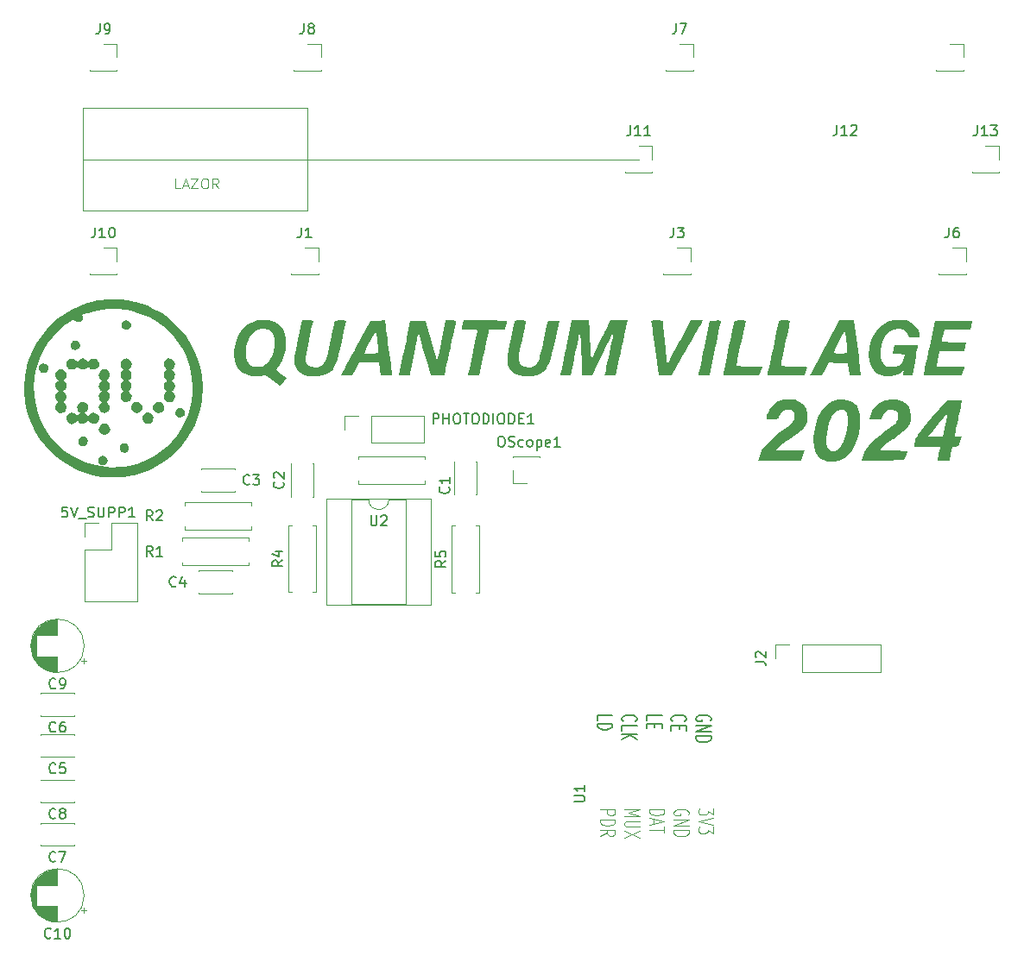
<source format=gbr>
%TF.GenerationSoftware,KiCad,Pcbnew,8.0.6*%
%TF.CreationDate,2024-12-05T23:25:44+00:00*%
%TF.ProjectId,DiamondGeezer,4469616d-6f6e-4644-9765-657a65722e6b,rev?*%
%TF.SameCoordinates,Original*%
%TF.FileFunction,Legend,Top*%
%TF.FilePolarity,Positive*%
%FSLAX46Y46*%
G04 Gerber Fmt 4.6, Leading zero omitted, Abs format (unit mm)*
G04 Created by KiCad (PCBNEW 8.0.6) date 2024-12-05 23:25:44*
%MOMM*%
%LPD*%
G01*
G04 APERTURE LIST*
%ADD10C,0.100000*%
%ADD11C,0.150000*%
%ADD12C,0.120000*%
%ADD13C,0.000000*%
G04 APERTURE END LIST*
D10*
X152000000Y-63750000D02*
X97500000Y-63750000D01*
X97500000Y-58750000D02*
X119500000Y-58750000D01*
X119500000Y-68750000D01*
X97500000Y-68750000D01*
X97500000Y-58750000D01*
X107030074Y-66622419D02*
X106553884Y-66622419D01*
X106553884Y-66622419D02*
X106553884Y-65622419D01*
X107315789Y-66336704D02*
X107791979Y-66336704D01*
X107220551Y-66622419D02*
X107553884Y-65622419D01*
X107553884Y-65622419D02*
X107887217Y-66622419D01*
X108125313Y-65622419D02*
X108791979Y-65622419D01*
X108791979Y-65622419D02*
X108125313Y-66622419D01*
X108125313Y-66622419D02*
X108791979Y-66622419D01*
X109363408Y-65622419D02*
X109553884Y-65622419D01*
X109553884Y-65622419D02*
X109649122Y-65670038D01*
X109649122Y-65670038D02*
X109744360Y-65765276D01*
X109744360Y-65765276D02*
X109791979Y-65955752D01*
X109791979Y-65955752D02*
X109791979Y-66289085D01*
X109791979Y-66289085D02*
X109744360Y-66479561D01*
X109744360Y-66479561D02*
X109649122Y-66574800D01*
X109649122Y-66574800D02*
X109553884Y-66622419D01*
X109553884Y-66622419D02*
X109363408Y-66622419D01*
X109363408Y-66622419D02*
X109268170Y-66574800D01*
X109268170Y-66574800D02*
X109172932Y-66479561D01*
X109172932Y-66479561D02*
X109125313Y-66289085D01*
X109125313Y-66289085D02*
X109125313Y-65955752D01*
X109125313Y-65955752D02*
X109172932Y-65765276D01*
X109172932Y-65765276D02*
X109268170Y-65670038D01*
X109268170Y-65670038D02*
X109363408Y-65622419D01*
X110791979Y-66622419D02*
X110458646Y-66146228D01*
X110220551Y-66622419D02*
X110220551Y-65622419D01*
X110220551Y-65622419D02*
X110601503Y-65622419D01*
X110601503Y-65622419D02*
X110696741Y-65670038D01*
X110696741Y-65670038D02*
X110744360Y-65717657D01*
X110744360Y-65717657D02*
X110791979Y-65812895D01*
X110791979Y-65812895D02*
X110791979Y-65955752D01*
X110791979Y-65955752D02*
X110744360Y-66050990D01*
X110744360Y-66050990D02*
X110696741Y-66098609D01*
X110696741Y-66098609D02*
X110601503Y-66146228D01*
X110601503Y-66146228D02*
X110220551Y-66146228D01*
D11*
X159029606Y-118860588D02*
X159101035Y-118765350D01*
X159101035Y-118765350D02*
X159101035Y-118622493D01*
X159101035Y-118622493D02*
X159029606Y-118479636D01*
X159029606Y-118479636D02*
X158886749Y-118384398D01*
X158886749Y-118384398D02*
X158743892Y-118336779D01*
X158743892Y-118336779D02*
X158458178Y-118289160D01*
X158458178Y-118289160D02*
X158243892Y-118289160D01*
X158243892Y-118289160D02*
X157958178Y-118336779D01*
X157958178Y-118336779D02*
X157815321Y-118384398D01*
X157815321Y-118384398D02*
X157672464Y-118479636D01*
X157672464Y-118479636D02*
X157601035Y-118622493D01*
X157601035Y-118622493D02*
X157601035Y-118717731D01*
X157601035Y-118717731D02*
X157672464Y-118860588D01*
X157672464Y-118860588D02*
X157743892Y-118908207D01*
X157743892Y-118908207D02*
X158243892Y-118908207D01*
X158243892Y-118908207D02*
X158243892Y-118717731D01*
X157601035Y-119336779D02*
X159101035Y-119336779D01*
X159101035Y-119336779D02*
X157601035Y-119908207D01*
X157601035Y-119908207D02*
X159101035Y-119908207D01*
X157601035Y-120384398D02*
X159101035Y-120384398D01*
X159101035Y-120384398D02*
X159101035Y-120622493D01*
X159101035Y-120622493D02*
X159029606Y-120765350D01*
X159029606Y-120765350D02*
X158886749Y-120860588D01*
X158886749Y-120860588D02*
X158743892Y-120908207D01*
X158743892Y-120908207D02*
X158458178Y-120955826D01*
X158458178Y-120955826D02*
X158243892Y-120955826D01*
X158243892Y-120955826D02*
X157958178Y-120908207D01*
X157958178Y-120908207D02*
X157815321Y-120860588D01*
X157815321Y-120860588D02*
X157672464Y-120765350D01*
X157672464Y-120765350D02*
X157601035Y-120622493D01*
X157601035Y-120622493D02*
X157601035Y-120384398D01*
X155328976Y-118908207D02*
X155257548Y-118860588D01*
X155257548Y-118860588D02*
X155186119Y-118717731D01*
X155186119Y-118717731D02*
X155186119Y-118622493D01*
X155186119Y-118622493D02*
X155257548Y-118479636D01*
X155257548Y-118479636D02*
X155400405Y-118384398D01*
X155400405Y-118384398D02*
X155543262Y-118336779D01*
X155543262Y-118336779D02*
X155828976Y-118289160D01*
X155828976Y-118289160D02*
X156043262Y-118289160D01*
X156043262Y-118289160D02*
X156328976Y-118336779D01*
X156328976Y-118336779D02*
X156471833Y-118384398D01*
X156471833Y-118384398D02*
X156614690Y-118479636D01*
X156614690Y-118479636D02*
X156686119Y-118622493D01*
X156686119Y-118622493D02*
X156686119Y-118717731D01*
X156686119Y-118717731D02*
X156614690Y-118860588D01*
X156614690Y-118860588D02*
X156543262Y-118908207D01*
X155971833Y-119336779D02*
X155971833Y-119670112D01*
X155186119Y-119812969D02*
X155186119Y-119336779D01*
X155186119Y-119336779D02*
X156686119Y-119336779D01*
X156686119Y-119336779D02*
X156686119Y-119812969D01*
X152771203Y-118812969D02*
X152771203Y-118336779D01*
X152771203Y-118336779D02*
X154271203Y-118336779D01*
X153556917Y-119146303D02*
X153556917Y-119479636D01*
X152771203Y-119622493D02*
X152771203Y-119146303D01*
X152771203Y-119146303D02*
X154271203Y-119146303D01*
X154271203Y-119146303D02*
X154271203Y-119622493D01*
X150499144Y-118908207D02*
X150427716Y-118860588D01*
X150427716Y-118860588D02*
X150356287Y-118717731D01*
X150356287Y-118717731D02*
X150356287Y-118622493D01*
X150356287Y-118622493D02*
X150427716Y-118479636D01*
X150427716Y-118479636D02*
X150570573Y-118384398D01*
X150570573Y-118384398D02*
X150713430Y-118336779D01*
X150713430Y-118336779D02*
X150999144Y-118289160D01*
X150999144Y-118289160D02*
X151213430Y-118289160D01*
X151213430Y-118289160D02*
X151499144Y-118336779D01*
X151499144Y-118336779D02*
X151642001Y-118384398D01*
X151642001Y-118384398D02*
X151784858Y-118479636D01*
X151784858Y-118479636D02*
X151856287Y-118622493D01*
X151856287Y-118622493D02*
X151856287Y-118717731D01*
X151856287Y-118717731D02*
X151784858Y-118860588D01*
X151784858Y-118860588D02*
X151713430Y-118908207D01*
X150356287Y-119812969D02*
X150356287Y-119336779D01*
X150356287Y-119336779D02*
X151856287Y-119336779D01*
X150356287Y-120146303D02*
X151856287Y-120146303D01*
X150356287Y-120717731D02*
X151213430Y-120289160D01*
X151856287Y-120717731D02*
X150999144Y-120146303D01*
X147941371Y-118812969D02*
X147941371Y-118336779D01*
X147941371Y-118336779D02*
X149441371Y-118336779D01*
X147941371Y-119146303D02*
X149441371Y-119146303D01*
X149441371Y-119146303D02*
X149441371Y-119384398D01*
X149441371Y-119384398D02*
X149369942Y-119527255D01*
X149369942Y-119527255D02*
X149227085Y-119622493D01*
X149227085Y-119622493D02*
X149084228Y-119670112D01*
X149084228Y-119670112D02*
X148798514Y-119717731D01*
X148798514Y-119717731D02*
X148584228Y-119717731D01*
X148584228Y-119717731D02*
X148298514Y-119670112D01*
X148298514Y-119670112D02*
X148155657Y-119622493D01*
X148155657Y-119622493D02*
X148012800Y-119527255D01*
X148012800Y-119527255D02*
X147941371Y-119384398D01*
X147941371Y-119384398D02*
X147941371Y-119146303D01*
D10*
X159348435Y-127458646D02*
X159348435Y-128077693D01*
X159348435Y-128077693D02*
X158777006Y-127744360D01*
X158777006Y-127744360D02*
X158777006Y-127887217D01*
X158777006Y-127887217D02*
X158705578Y-127982455D01*
X158705578Y-127982455D02*
X158634149Y-128030074D01*
X158634149Y-128030074D02*
X158491292Y-128077693D01*
X158491292Y-128077693D02*
X158134149Y-128077693D01*
X158134149Y-128077693D02*
X157991292Y-128030074D01*
X157991292Y-128030074D02*
X157919864Y-127982455D01*
X157919864Y-127982455D02*
X157848435Y-127887217D01*
X157848435Y-127887217D02*
X157848435Y-127601503D01*
X157848435Y-127601503D02*
X157919864Y-127506265D01*
X157919864Y-127506265D02*
X157991292Y-127458646D01*
X159348435Y-128363408D02*
X157848435Y-128696741D01*
X157848435Y-128696741D02*
X159348435Y-129030074D01*
X159348435Y-129268170D02*
X159348435Y-129887217D01*
X159348435Y-129887217D02*
X158777006Y-129553884D01*
X158777006Y-129553884D02*
X158777006Y-129696741D01*
X158777006Y-129696741D02*
X158705578Y-129791979D01*
X158705578Y-129791979D02*
X158634149Y-129839598D01*
X158634149Y-129839598D02*
X158491292Y-129887217D01*
X158491292Y-129887217D02*
X158134149Y-129887217D01*
X158134149Y-129887217D02*
X157991292Y-129839598D01*
X157991292Y-129839598D02*
X157919864Y-129791979D01*
X157919864Y-129791979D02*
X157848435Y-129696741D01*
X157848435Y-129696741D02*
X157848435Y-129411027D01*
X157848435Y-129411027D02*
X157919864Y-129315789D01*
X157919864Y-129315789D02*
X157991292Y-129268170D01*
X156862090Y-128077693D02*
X156933519Y-127982455D01*
X156933519Y-127982455D02*
X156933519Y-127839598D01*
X156933519Y-127839598D02*
X156862090Y-127696741D01*
X156862090Y-127696741D02*
X156719233Y-127601503D01*
X156719233Y-127601503D02*
X156576376Y-127553884D01*
X156576376Y-127553884D02*
X156290662Y-127506265D01*
X156290662Y-127506265D02*
X156076376Y-127506265D01*
X156076376Y-127506265D02*
X155790662Y-127553884D01*
X155790662Y-127553884D02*
X155647805Y-127601503D01*
X155647805Y-127601503D02*
X155504948Y-127696741D01*
X155504948Y-127696741D02*
X155433519Y-127839598D01*
X155433519Y-127839598D02*
X155433519Y-127934836D01*
X155433519Y-127934836D02*
X155504948Y-128077693D01*
X155504948Y-128077693D02*
X155576376Y-128125312D01*
X155576376Y-128125312D02*
X156076376Y-128125312D01*
X156076376Y-128125312D02*
X156076376Y-127934836D01*
X155433519Y-128553884D02*
X156933519Y-128553884D01*
X156933519Y-128553884D02*
X155433519Y-129125312D01*
X155433519Y-129125312D02*
X156933519Y-129125312D01*
X155433519Y-129601503D02*
X156933519Y-129601503D01*
X156933519Y-129601503D02*
X156933519Y-129839598D01*
X156933519Y-129839598D02*
X156862090Y-129982455D01*
X156862090Y-129982455D02*
X156719233Y-130077693D01*
X156719233Y-130077693D02*
X156576376Y-130125312D01*
X156576376Y-130125312D02*
X156290662Y-130172931D01*
X156290662Y-130172931D02*
X156076376Y-130172931D01*
X156076376Y-130172931D02*
X155790662Y-130125312D01*
X155790662Y-130125312D02*
X155647805Y-130077693D01*
X155647805Y-130077693D02*
X155504948Y-129982455D01*
X155504948Y-129982455D02*
X155433519Y-129839598D01*
X155433519Y-129839598D02*
X155433519Y-129601503D01*
X153018603Y-127553884D02*
X154518603Y-127553884D01*
X154518603Y-127553884D02*
X154518603Y-127791979D01*
X154518603Y-127791979D02*
X154447174Y-127934836D01*
X154447174Y-127934836D02*
X154304317Y-128030074D01*
X154304317Y-128030074D02*
X154161460Y-128077693D01*
X154161460Y-128077693D02*
X153875746Y-128125312D01*
X153875746Y-128125312D02*
X153661460Y-128125312D01*
X153661460Y-128125312D02*
X153375746Y-128077693D01*
X153375746Y-128077693D02*
X153232889Y-128030074D01*
X153232889Y-128030074D02*
X153090032Y-127934836D01*
X153090032Y-127934836D02*
X153018603Y-127791979D01*
X153018603Y-127791979D02*
X153018603Y-127553884D01*
X153447174Y-128506265D02*
X153447174Y-128982455D01*
X153018603Y-128411027D02*
X154518603Y-128744360D01*
X154518603Y-128744360D02*
X153018603Y-129077693D01*
X154518603Y-129268170D02*
X154518603Y-129839598D01*
X153018603Y-129553884D02*
X154518603Y-129553884D01*
X150603687Y-127553884D02*
X152103687Y-127553884D01*
X152103687Y-127553884D02*
X151032258Y-127887217D01*
X151032258Y-127887217D02*
X152103687Y-128220550D01*
X152103687Y-128220550D02*
X150603687Y-128220550D01*
X152103687Y-128696741D02*
X150889401Y-128696741D01*
X150889401Y-128696741D02*
X150746544Y-128744360D01*
X150746544Y-128744360D02*
X150675116Y-128791979D01*
X150675116Y-128791979D02*
X150603687Y-128887217D01*
X150603687Y-128887217D02*
X150603687Y-129077693D01*
X150603687Y-129077693D02*
X150675116Y-129172931D01*
X150675116Y-129172931D02*
X150746544Y-129220550D01*
X150746544Y-129220550D02*
X150889401Y-129268169D01*
X150889401Y-129268169D02*
X152103687Y-129268169D01*
X152103687Y-129649122D02*
X150603687Y-130315788D01*
X152103687Y-130315788D02*
X150603687Y-129649122D01*
X148188771Y-127553884D02*
X149688771Y-127553884D01*
X149688771Y-127553884D02*
X149688771Y-127934836D01*
X149688771Y-127934836D02*
X149617342Y-128030074D01*
X149617342Y-128030074D02*
X149545914Y-128077693D01*
X149545914Y-128077693D02*
X149403057Y-128125312D01*
X149403057Y-128125312D02*
X149188771Y-128125312D01*
X149188771Y-128125312D02*
X149045914Y-128077693D01*
X149045914Y-128077693D02*
X148974485Y-128030074D01*
X148974485Y-128030074D02*
X148903057Y-127934836D01*
X148903057Y-127934836D02*
X148903057Y-127553884D01*
X148188771Y-128553884D02*
X149688771Y-128553884D01*
X149688771Y-128553884D02*
X149688771Y-128791979D01*
X149688771Y-128791979D02*
X149617342Y-128934836D01*
X149617342Y-128934836D02*
X149474485Y-129030074D01*
X149474485Y-129030074D02*
X149331628Y-129077693D01*
X149331628Y-129077693D02*
X149045914Y-129125312D01*
X149045914Y-129125312D02*
X148831628Y-129125312D01*
X148831628Y-129125312D02*
X148545914Y-129077693D01*
X148545914Y-129077693D02*
X148403057Y-129030074D01*
X148403057Y-129030074D02*
X148260200Y-128934836D01*
X148260200Y-128934836D02*
X148188771Y-128791979D01*
X148188771Y-128791979D02*
X148188771Y-128553884D01*
X148188771Y-130125312D02*
X148903057Y-129791979D01*
X148188771Y-129553884D02*
X149688771Y-129553884D01*
X149688771Y-129553884D02*
X149688771Y-129934836D01*
X149688771Y-129934836D02*
X149617342Y-130030074D01*
X149617342Y-130030074D02*
X149545914Y-130077693D01*
X149545914Y-130077693D02*
X149403057Y-130125312D01*
X149403057Y-130125312D02*
X149188771Y-130125312D01*
X149188771Y-130125312D02*
X149045914Y-130077693D01*
X149045914Y-130077693D02*
X148974485Y-130030074D01*
X148974485Y-130030074D02*
X148903057Y-129934836D01*
X148903057Y-129934836D02*
X148903057Y-129553884D01*
D11*
X163434819Y-113058333D02*
X164149104Y-113058333D01*
X164149104Y-113058333D02*
X164291961Y-113105952D01*
X164291961Y-113105952D02*
X164387200Y-113201190D01*
X164387200Y-113201190D02*
X164434819Y-113344047D01*
X164434819Y-113344047D02*
X164434819Y-113439285D01*
X163530057Y-112629761D02*
X163482438Y-112582142D01*
X163482438Y-112582142D02*
X163434819Y-112486904D01*
X163434819Y-112486904D02*
X163434819Y-112248809D01*
X163434819Y-112248809D02*
X163482438Y-112153571D01*
X163482438Y-112153571D02*
X163530057Y-112105952D01*
X163530057Y-112105952D02*
X163625295Y-112058333D01*
X163625295Y-112058333D02*
X163720533Y-112058333D01*
X163720533Y-112058333D02*
X163863390Y-112105952D01*
X163863390Y-112105952D02*
X164434819Y-112677380D01*
X164434819Y-112677380D02*
X164434819Y-112058333D01*
X99166666Y-50434819D02*
X99166666Y-51149104D01*
X99166666Y-51149104D02*
X99119047Y-51291961D01*
X99119047Y-51291961D02*
X99023809Y-51387200D01*
X99023809Y-51387200D02*
X98880952Y-51434819D01*
X98880952Y-51434819D02*
X98785714Y-51434819D01*
X99690476Y-51434819D02*
X99880952Y-51434819D01*
X99880952Y-51434819D02*
X99976190Y-51387200D01*
X99976190Y-51387200D02*
X100023809Y-51339580D01*
X100023809Y-51339580D02*
X100119047Y-51196723D01*
X100119047Y-51196723D02*
X100166666Y-51006247D01*
X100166666Y-51006247D02*
X100166666Y-50625295D01*
X100166666Y-50625295D02*
X100119047Y-50530057D01*
X100119047Y-50530057D02*
X100071428Y-50482438D01*
X100071428Y-50482438D02*
X99976190Y-50434819D01*
X99976190Y-50434819D02*
X99785714Y-50434819D01*
X99785714Y-50434819D02*
X99690476Y-50482438D01*
X99690476Y-50482438D02*
X99642857Y-50530057D01*
X99642857Y-50530057D02*
X99595238Y-50625295D01*
X99595238Y-50625295D02*
X99595238Y-50863390D01*
X99595238Y-50863390D02*
X99642857Y-50958628D01*
X99642857Y-50958628D02*
X99690476Y-51006247D01*
X99690476Y-51006247D02*
X99785714Y-51053866D01*
X99785714Y-51053866D02*
X99976190Y-51053866D01*
X99976190Y-51053866D02*
X100071428Y-51006247D01*
X100071428Y-51006247D02*
X100119047Y-50958628D01*
X100119047Y-50958628D02*
X100166666Y-50863390D01*
X98690476Y-70434819D02*
X98690476Y-71149104D01*
X98690476Y-71149104D02*
X98642857Y-71291961D01*
X98642857Y-71291961D02*
X98547619Y-71387200D01*
X98547619Y-71387200D02*
X98404762Y-71434819D01*
X98404762Y-71434819D02*
X98309524Y-71434819D01*
X99690476Y-71434819D02*
X99119048Y-71434819D01*
X99404762Y-71434819D02*
X99404762Y-70434819D01*
X99404762Y-70434819D02*
X99309524Y-70577676D01*
X99309524Y-70577676D02*
X99214286Y-70672914D01*
X99214286Y-70672914D02*
X99119048Y-70720533D01*
X100309524Y-70434819D02*
X100404762Y-70434819D01*
X100404762Y-70434819D02*
X100500000Y-70482438D01*
X100500000Y-70482438D02*
X100547619Y-70530057D01*
X100547619Y-70530057D02*
X100595238Y-70625295D01*
X100595238Y-70625295D02*
X100642857Y-70815771D01*
X100642857Y-70815771D02*
X100642857Y-71053866D01*
X100642857Y-71053866D02*
X100595238Y-71244342D01*
X100595238Y-71244342D02*
X100547619Y-71339580D01*
X100547619Y-71339580D02*
X100500000Y-71387200D01*
X100500000Y-71387200D02*
X100404762Y-71434819D01*
X100404762Y-71434819D02*
X100309524Y-71434819D01*
X100309524Y-71434819D02*
X100214286Y-71387200D01*
X100214286Y-71387200D02*
X100166667Y-71339580D01*
X100166667Y-71339580D02*
X100119048Y-71244342D01*
X100119048Y-71244342D02*
X100071429Y-71053866D01*
X100071429Y-71053866D02*
X100071429Y-70815771D01*
X100071429Y-70815771D02*
X100119048Y-70625295D01*
X100119048Y-70625295D02*
X100166667Y-70530057D01*
X100166667Y-70530057D02*
X100214286Y-70482438D01*
X100214286Y-70482438D02*
X100309524Y-70434819D01*
X94833333Y-123909580D02*
X94785714Y-123957200D01*
X94785714Y-123957200D02*
X94642857Y-124004819D01*
X94642857Y-124004819D02*
X94547619Y-124004819D01*
X94547619Y-124004819D02*
X94404762Y-123957200D01*
X94404762Y-123957200D02*
X94309524Y-123861961D01*
X94309524Y-123861961D02*
X94261905Y-123766723D01*
X94261905Y-123766723D02*
X94214286Y-123576247D01*
X94214286Y-123576247D02*
X94214286Y-123433390D01*
X94214286Y-123433390D02*
X94261905Y-123242914D01*
X94261905Y-123242914D02*
X94309524Y-123147676D01*
X94309524Y-123147676D02*
X94404762Y-123052438D01*
X94404762Y-123052438D02*
X94547619Y-123004819D01*
X94547619Y-123004819D02*
X94642857Y-123004819D01*
X94642857Y-123004819D02*
X94785714Y-123052438D01*
X94785714Y-123052438D02*
X94833333Y-123100057D01*
X95738095Y-123004819D02*
X95261905Y-123004819D01*
X95261905Y-123004819D02*
X95214286Y-123481009D01*
X95214286Y-123481009D02*
X95261905Y-123433390D01*
X95261905Y-123433390D02*
X95357143Y-123385771D01*
X95357143Y-123385771D02*
X95595238Y-123385771D01*
X95595238Y-123385771D02*
X95690476Y-123433390D01*
X95690476Y-123433390D02*
X95738095Y-123481009D01*
X95738095Y-123481009D02*
X95785714Y-123576247D01*
X95785714Y-123576247D02*
X95785714Y-123814342D01*
X95785714Y-123814342D02*
X95738095Y-123909580D01*
X95738095Y-123909580D02*
X95690476Y-123957200D01*
X95690476Y-123957200D02*
X95595238Y-124004819D01*
X95595238Y-124004819D02*
X95357143Y-124004819D01*
X95357143Y-124004819D02*
X95261905Y-123957200D01*
X95261905Y-123957200D02*
X95214286Y-123909580D01*
X155666666Y-50434819D02*
X155666666Y-51149104D01*
X155666666Y-51149104D02*
X155619047Y-51291961D01*
X155619047Y-51291961D02*
X155523809Y-51387200D01*
X155523809Y-51387200D02*
X155380952Y-51434819D01*
X155380952Y-51434819D02*
X155285714Y-51434819D01*
X156047619Y-50434819D02*
X156714285Y-50434819D01*
X156714285Y-50434819D02*
X156285714Y-51434819D01*
X104333333Y-99204819D02*
X104000000Y-98728628D01*
X103761905Y-99204819D02*
X103761905Y-98204819D01*
X103761905Y-98204819D02*
X104142857Y-98204819D01*
X104142857Y-98204819D02*
X104238095Y-98252438D01*
X104238095Y-98252438D02*
X104285714Y-98300057D01*
X104285714Y-98300057D02*
X104333333Y-98395295D01*
X104333333Y-98395295D02*
X104333333Y-98538152D01*
X104333333Y-98538152D02*
X104285714Y-98633390D01*
X104285714Y-98633390D02*
X104238095Y-98681009D01*
X104238095Y-98681009D02*
X104142857Y-98728628D01*
X104142857Y-98728628D02*
X103761905Y-98728628D01*
X104714286Y-98300057D02*
X104761905Y-98252438D01*
X104761905Y-98252438D02*
X104857143Y-98204819D01*
X104857143Y-98204819D02*
X105095238Y-98204819D01*
X105095238Y-98204819D02*
X105190476Y-98252438D01*
X105190476Y-98252438D02*
X105238095Y-98300057D01*
X105238095Y-98300057D02*
X105285714Y-98395295D01*
X105285714Y-98395295D02*
X105285714Y-98490533D01*
X105285714Y-98490533D02*
X105238095Y-98633390D01*
X105238095Y-98633390D02*
X104666667Y-99204819D01*
X104666667Y-99204819D02*
X105285714Y-99204819D01*
X138440476Y-90954819D02*
X138630952Y-90954819D01*
X138630952Y-90954819D02*
X138726190Y-91002438D01*
X138726190Y-91002438D02*
X138821428Y-91097676D01*
X138821428Y-91097676D02*
X138869047Y-91288152D01*
X138869047Y-91288152D02*
X138869047Y-91621485D01*
X138869047Y-91621485D02*
X138821428Y-91811961D01*
X138821428Y-91811961D02*
X138726190Y-91907200D01*
X138726190Y-91907200D02*
X138630952Y-91954819D01*
X138630952Y-91954819D02*
X138440476Y-91954819D01*
X138440476Y-91954819D02*
X138345238Y-91907200D01*
X138345238Y-91907200D02*
X138250000Y-91811961D01*
X138250000Y-91811961D02*
X138202381Y-91621485D01*
X138202381Y-91621485D02*
X138202381Y-91288152D01*
X138202381Y-91288152D02*
X138250000Y-91097676D01*
X138250000Y-91097676D02*
X138345238Y-91002438D01*
X138345238Y-91002438D02*
X138440476Y-90954819D01*
X139250000Y-91907200D02*
X139392857Y-91954819D01*
X139392857Y-91954819D02*
X139630952Y-91954819D01*
X139630952Y-91954819D02*
X139726190Y-91907200D01*
X139726190Y-91907200D02*
X139773809Y-91859580D01*
X139773809Y-91859580D02*
X139821428Y-91764342D01*
X139821428Y-91764342D02*
X139821428Y-91669104D01*
X139821428Y-91669104D02*
X139773809Y-91573866D01*
X139773809Y-91573866D02*
X139726190Y-91526247D01*
X139726190Y-91526247D02*
X139630952Y-91478628D01*
X139630952Y-91478628D02*
X139440476Y-91431009D01*
X139440476Y-91431009D02*
X139345238Y-91383390D01*
X139345238Y-91383390D02*
X139297619Y-91335771D01*
X139297619Y-91335771D02*
X139250000Y-91240533D01*
X139250000Y-91240533D02*
X139250000Y-91145295D01*
X139250000Y-91145295D02*
X139297619Y-91050057D01*
X139297619Y-91050057D02*
X139345238Y-91002438D01*
X139345238Y-91002438D02*
X139440476Y-90954819D01*
X139440476Y-90954819D02*
X139678571Y-90954819D01*
X139678571Y-90954819D02*
X139821428Y-91002438D01*
X140678571Y-91907200D02*
X140583333Y-91954819D01*
X140583333Y-91954819D02*
X140392857Y-91954819D01*
X140392857Y-91954819D02*
X140297619Y-91907200D01*
X140297619Y-91907200D02*
X140250000Y-91859580D01*
X140250000Y-91859580D02*
X140202381Y-91764342D01*
X140202381Y-91764342D02*
X140202381Y-91478628D01*
X140202381Y-91478628D02*
X140250000Y-91383390D01*
X140250000Y-91383390D02*
X140297619Y-91335771D01*
X140297619Y-91335771D02*
X140392857Y-91288152D01*
X140392857Y-91288152D02*
X140583333Y-91288152D01*
X140583333Y-91288152D02*
X140678571Y-91335771D01*
X141250000Y-91954819D02*
X141154762Y-91907200D01*
X141154762Y-91907200D02*
X141107143Y-91859580D01*
X141107143Y-91859580D02*
X141059524Y-91764342D01*
X141059524Y-91764342D02*
X141059524Y-91478628D01*
X141059524Y-91478628D02*
X141107143Y-91383390D01*
X141107143Y-91383390D02*
X141154762Y-91335771D01*
X141154762Y-91335771D02*
X141250000Y-91288152D01*
X141250000Y-91288152D02*
X141392857Y-91288152D01*
X141392857Y-91288152D02*
X141488095Y-91335771D01*
X141488095Y-91335771D02*
X141535714Y-91383390D01*
X141535714Y-91383390D02*
X141583333Y-91478628D01*
X141583333Y-91478628D02*
X141583333Y-91764342D01*
X141583333Y-91764342D02*
X141535714Y-91859580D01*
X141535714Y-91859580D02*
X141488095Y-91907200D01*
X141488095Y-91907200D02*
X141392857Y-91954819D01*
X141392857Y-91954819D02*
X141250000Y-91954819D01*
X142011905Y-91288152D02*
X142011905Y-92288152D01*
X142011905Y-91335771D02*
X142107143Y-91288152D01*
X142107143Y-91288152D02*
X142297619Y-91288152D01*
X142297619Y-91288152D02*
X142392857Y-91335771D01*
X142392857Y-91335771D02*
X142440476Y-91383390D01*
X142440476Y-91383390D02*
X142488095Y-91478628D01*
X142488095Y-91478628D02*
X142488095Y-91764342D01*
X142488095Y-91764342D02*
X142440476Y-91859580D01*
X142440476Y-91859580D02*
X142392857Y-91907200D01*
X142392857Y-91907200D02*
X142297619Y-91954819D01*
X142297619Y-91954819D02*
X142107143Y-91954819D01*
X142107143Y-91954819D02*
X142011905Y-91907200D01*
X143297619Y-91907200D02*
X143202381Y-91954819D01*
X143202381Y-91954819D02*
X143011905Y-91954819D01*
X143011905Y-91954819D02*
X142916667Y-91907200D01*
X142916667Y-91907200D02*
X142869048Y-91811961D01*
X142869048Y-91811961D02*
X142869048Y-91431009D01*
X142869048Y-91431009D02*
X142916667Y-91335771D01*
X142916667Y-91335771D02*
X143011905Y-91288152D01*
X143011905Y-91288152D02*
X143202381Y-91288152D01*
X143202381Y-91288152D02*
X143297619Y-91335771D01*
X143297619Y-91335771D02*
X143345238Y-91431009D01*
X143345238Y-91431009D02*
X143345238Y-91526247D01*
X143345238Y-91526247D02*
X142869048Y-91621485D01*
X144297619Y-91954819D02*
X143726191Y-91954819D01*
X144011905Y-91954819D02*
X144011905Y-90954819D01*
X144011905Y-90954819D02*
X143916667Y-91097676D01*
X143916667Y-91097676D02*
X143821429Y-91192914D01*
X143821429Y-91192914D02*
X143726191Y-91240533D01*
X182416666Y-70434819D02*
X182416666Y-71149104D01*
X182416666Y-71149104D02*
X182369047Y-71291961D01*
X182369047Y-71291961D02*
X182273809Y-71387200D01*
X182273809Y-71387200D02*
X182130952Y-71434819D01*
X182130952Y-71434819D02*
X182035714Y-71434819D01*
X183321428Y-70434819D02*
X183130952Y-70434819D01*
X183130952Y-70434819D02*
X183035714Y-70482438D01*
X183035714Y-70482438D02*
X182988095Y-70530057D01*
X182988095Y-70530057D02*
X182892857Y-70672914D01*
X182892857Y-70672914D02*
X182845238Y-70863390D01*
X182845238Y-70863390D02*
X182845238Y-71244342D01*
X182845238Y-71244342D02*
X182892857Y-71339580D01*
X182892857Y-71339580D02*
X182940476Y-71387200D01*
X182940476Y-71387200D02*
X183035714Y-71434819D01*
X183035714Y-71434819D02*
X183226190Y-71434819D01*
X183226190Y-71434819D02*
X183321428Y-71387200D01*
X183321428Y-71387200D02*
X183369047Y-71339580D01*
X183369047Y-71339580D02*
X183416666Y-71244342D01*
X183416666Y-71244342D02*
X183416666Y-71006247D01*
X183416666Y-71006247D02*
X183369047Y-70911009D01*
X183369047Y-70911009D02*
X183321428Y-70863390D01*
X183321428Y-70863390D02*
X183226190Y-70815771D01*
X183226190Y-70815771D02*
X183035714Y-70815771D01*
X183035714Y-70815771D02*
X182940476Y-70863390D01*
X182940476Y-70863390D02*
X182892857Y-70911009D01*
X182892857Y-70911009D02*
X182845238Y-71006247D01*
X94833333Y-132609580D02*
X94785714Y-132657200D01*
X94785714Y-132657200D02*
X94642857Y-132704819D01*
X94642857Y-132704819D02*
X94547619Y-132704819D01*
X94547619Y-132704819D02*
X94404762Y-132657200D01*
X94404762Y-132657200D02*
X94309524Y-132561961D01*
X94309524Y-132561961D02*
X94261905Y-132466723D01*
X94261905Y-132466723D02*
X94214286Y-132276247D01*
X94214286Y-132276247D02*
X94214286Y-132133390D01*
X94214286Y-132133390D02*
X94261905Y-131942914D01*
X94261905Y-131942914D02*
X94309524Y-131847676D01*
X94309524Y-131847676D02*
X94404762Y-131752438D01*
X94404762Y-131752438D02*
X94547619Y-131704819D01*
X94547619Y-131704819D02*
X94642857Y-131704819D01*
X94642857Y-131704819D02*
X94785714Y-131752438D01*
X94785714Y-131752438D02*
X94833333Y-131800057D01*
X95166667Y-131704819D02*
X95833333Y-131704819D01*
X95833333Y-131704819D02*
X95404762Y-132704819D01*
X185190476Y-60434819D02*
X185190476Y-61149104D01*
X185190476Y-61149104D02*
X185142857Y-61291961D01*
X185142857Y-61291961D02*
X185047619Y-61387200D01*
X185047619Y-61387200D02*
X184904762Y-61434819D01*
X184904762Y-61434819D02*
X184809524Y-61434819D01*
X186190476Y-61434819D02*
X185619048Y-61434819D01*
X185904762Y-61434819D02*
X185904762Y-60434819D01*
X185904762Y-60434819D02*
X185809524Y-60577676D01*
X185809524Y-60577676D02*
X185714286Y-60672914D01*
X185714286Y-60672914D02*
X185619048Y-60720533D01*
X186523810Y-60434819D02*
X187142857Y-60434819D01*
X187142857Y-60434819D02*
X186809524Y-60815771D01*
X186809524Y-60815771D02*
X186952381Y-60815771D01*
X186952381Y-60815771D02*
X187047619Y-60863390D01*
X187047619Y-60863390D02*
X187095238Y-60911009D01*
X187095238Y-60911009D02*
X187142857Y-61006247D01*
X187142857Y-61006247D02*
X187142857Y-61244342D01*
X187142857Y-61244342D02*
X187095238Y-61339580D01*
X187095238Y-61339580D02*
X187047619Y-61387200D01*
X187047619Y-61387200D02*
X186952381Y-61434819D01*
X186952381Y-61434819D02*
X186666667Y-61434819D01*
X186666667Y-61434819D02*
X186571429Y-61387200D01*
X186571429Y-61387200D02*
X186523810Y-61339580D01*
X171440476Y-60384819D02*
X171440476Y-61099104D01*
X171440476Y-61099104D02*
X171392857Y-61241961D01*
X171392857Y-61241961D02*
X171297619Y-61337200D01*
X171297619Y-61337200D02*
X171154762Y-61384819D01*
X171154762Y-61384819D02*
X171059524Y-61384819D01*
X172440476Y-61384819D02*
X171869048Y-61384819D01*
X172154762Y-61384819D02*
X172154762Y-60384819D01*
X172154762Y-60384819D02*
X172059524Y-60527676D01*
X172059524Y-60527676D02*
X171964286Y-60622914D01*
X171964286Y-60622914D02*
X171869048Y-60670533D01*
X172821429Y-60480057D02*
X172869048Y-60432438D01*
X172869048Y-60432438D02*
X172964286Y-60384819D01*
X172964286Y-60384819D02*
X173202381Y-60384819D01*
X173202381Y-60384819D02*
X173297619Y-60432438D01*
X173297619Y-60432438D02*
X173345238Y-60480057D01*
X173345238Y-60480057D02*
X173392857Y-60575295D01*
X173392857Y-60575295D02*
X173392857Y-60670533D01*
X173392857Y-60670533D02*
X173345238Y-60813390D01*
X173345238Y-60813390D02*
X172773810Y-61384819D01*
X172773810Y-61384819D02*
X173392857Y-61384819D01*
X133359580Y-95916666D02*
X133407200Y-95964285D01*
X133407200Y-95964285D02*
X133454819Y-96107142D01*
X133454819Y-96107142D02*
X133454819Y-96202380D01*
X133454819Y-96202380D02*
X133407200Y-96345237D01*
X133407200Y-96345237D02*
X133311961Y-96440475D01*
X133311961Y-96440475D02*
X133216723Y-96488094D01*
X133216723Y-96488094D02*
X133026247Y-96535713D01*
X133026247Y-96535713D02*
X132883390Y-96535713D01*
X132883390Y-96535713D02*
X132692914Y-96488094D01*
X132692914Y-96488094D02*
X132597676Y-96440475D01*
X132597676Y-96440475D02*
X132502438Y-96345237D01*
X132502438Y-96345237D02*
X132454819Y-96202380D01*
X132454819Y-96202380D02*
X132454819Y-96107142D01*
X132454819Y-96107142D02*
X132502438Y-95964285D01*
X132502438Y-95964285D02*
X132550057Y-95916666D01*
X133454819Y-94964285D02*
X133454819Y-95535713D01*
X133454819Y-95249999D02*
X132454819Y-95249999D01*
X132454819Y-95249999D02*
X132597676Y-95345237D01*
X132597676Y-95345237D02*
X132692914Y-95440475D01*
X132692914Y-95440475D02*
X132740533Y-95535713D01*
X133084819Y-103146666D02*
X132608628Y-103479999D01*
X133084819Y-103718094D02*
X132084819Y-103718094D01*
X132084819Y-103718094D02*
X132084819Y-103337142D01*
X132084819Y-103337142D02*
X132132438Y-103241904D01*
X132132438Y-103241904D02*
X132180057Y-103194285D01*
X132180057Y-103194285D02*
X132275295Y-103146666D01*
X132275295Y-103146666D02*
X132418152Y-103146666D01*
X132418152Y-103146666D02*
X132513390Y-103194285D01*
X132513390Y-103194285D02*
X132561009Y-103241904D01*
X132561009Y-103241904D02*
X132608628Y-103337142D01*
X132608628Y-103337142D02*
X132608628Y-103718094D01*
X132084819Y-102241904D02*
X132084819Y-102718094D01*
X132084819Y-102718094D02*
X132561009Y-102765713D01*
X132561009Y-102765713D02*
X132513390Y-102718094D01*
X132513390Y-102718094D02*
X132465771Y-102622856D01*
X132465771Y-102622856D02*
X132465771Y-102384761D01*
X132465771Y-102384761D02*
X132513390Y-102289523D01*
X132513390Y-102289523D02*
X132561009Y-102241904D01*
X132561009Y-102241904D02*
X132656247Y-102194285D01*
X132656247Y-102194285D02*
X132894342Y-102194285D01*
X132894342Y-102194285D02*
X132989580Y-102241904D01*
X132989580Y-102241904D02*
X133037200Y-102289523D01*
X133037200Y-102289523D02*
X133084819Y-102384761D01*
X133084819Y-102384761D02*
X133084819Y-102622856D01*
X133084819Y-102622856D02*
X133037200Y-102718094D01*
X133037200Y-102718094D02*
X132989580Y-102765713D01*
X95952380Y-97874819D02*
X95476190Y-97874819D01*
X95476190Y-97874819D02*
X95428571Y-98351009D01*
X95428571Y-98351009D02*
X95476190Y-98303390D01*
X95476190Y-98303390D02*
X95571428Y-98255771D01*
X95571428Y-98255771D02*
X95809523Y-98255771D01*
X95809523Y-98255771D02*
X95904761Y-98303390D01*
X95904761Y-98303390D02*
X95952380Y-98351009D01*
X95952380Y-98351009D02*
X95999999Y-98446247D01*
X95999999Y-98446247D02*
X95999999Y-98684342D01*
X95999999Y-98684342D02*
X95952380Y-98779580D01*
X95952380Y-98779580D02*
X95904761Y-98827200D01*
X95904761Y-98827200D02*
X95809523Y-98874819D01*
X95809523Y-98874819D02*
X95571428Y-98874819D01*
X95571428Y-98874819D02*
X95476190Y-98827200D01*
X95476190Y-98827200D02*
X95428571Y-98779580D01*
X96285714Y-97874819D02*
X96619047Y-98874819D01*
X96619047Y-98874819D02*
X96952380Y-97874819D01*
X97047619Y-98970057D02*
X97809523Y-98970057D01*
X98000000Y-98827200D02*
X98142857Y-98874819D01*
X98142857Y-98874819D02*
X98380952Y-98874819D01*
X98380952Y-98874819D02*
X98476190Y-98827200D01*
X98476190Y-98827200D02*
X98523809Y-98779580D01*
X98523809Y-98779580D02*
X98571428Y-98684342D01*
X98571428Y-98684342D02*
X98571428Y-98589104D01*
X98571428Y-98589104D02*
X98523809Y-98493866D01*
X98523809Y-98493866D02*
X98476190Y-98446247D01*
X98476190Y-98446247D02*
X98380952Y-98398628D01*
X98380952Y-98398628D02*
X98190476Y-98351009D01*
X98190476Y-98351009D02*
X98095238Y-98303390D01*
X98095238Y-98303390D02*
X98047619Y-98255771D01*
X98047619Y-98255771D02*
X98000000Y-98160533D01*
X98000000Y-98160533D02*
X98000000Y-98065295D01*
X98000000Y-98065295D02*
X98047619Y-97970057D01*
X98047619Y-97970057D02*
X98095238Y-97922438D01*
X98095238Y-97922438D02*
X98190476Y-97874819D01*
X98190476Y-97874819D02*
X98428571Y-97874819D01*
X98428571Y-97874819D02*
X98571428Y-97922438D01*
X99000000Y-97874819D02*
X99000000Y-98684342D01*
X99000000Y-98684342D02*
X99047619Y-98779580D01*
X99047619Y-98779580D02*
X99095238Y-98827200D01*
X99095238Y-98827200D02*
X99190476Y-98874819D01*
X99190476Y-98874819D02*
X99380952Y-98874819D01*
X99380952Y-98874819D02*
X99476190Y-98827200D01*
X99476190Y-98827200D02*
X99523809Y-98779580D01*
X99523809Y-98779580D02*
X99571428Y-98684342D01*
X99571428Y-98684342D02*
X99571428Y-97874819D01*
X100047619Y-98874819D02*
X100047619Y-97874819D01*
X100047619Y-97874819D02*
X100428571Y-97874819D01*
X100428571Y-97874819D02*
X100523809Y-97922438D01*
X100523809Y-97922438D02*
X100571428Y-97970057D01*
X100571428Y-97970057D02*
X100619047Y-98065295D01*
X100619047Y-98065295D02*
X100619047Y-98208152D01*
X100619047Y-98208152D02*
X100571428Y-98303390D01*
X100571428Y-98303390D02*
X100523809Y-98351009D01*
X100523809Y-98351009D02*
X100428571Y-98398628D01*
X100428571Y-98398628D02*
X100047619Y-98398628D01*
X101047619Y-98874819D02*
X101047619Y-97874819D01*
X101047619Y-97874819D02*
X101428571Y-97874819D01*
X101428571Y-97874819D02*
X101523809Y-97922438D01*
X101523809Y-97922438D02*
X101571428Y-97970057D01*
X101571428Y-97970057D02*
X101619047Y-98065295D01*
X101619047Y-98065295D02*
X101619047Y-98208152D01*
X101619047Y-98208152D02*
X101571428Y-98303390D01*
X101571428Y-98303390D02*
X101523809Y-98351009D01*
X101523809Y-98351009D02*
X101428571Y-98398628D01*
X101428571Y-98398628D02*
X101047619Y-98398628D01*
X102571428Y-98874819D02*
X102000000Y-98874819D01*
X102285714Y-98874819D02*
X102285714Y-97874819D01*
X102285714Y-97874819D02*
X102190476Y-98017676D01*
X102190476Y-98017676D02*
X102095238Y-98112914D01*
X102095238Y-98112914D02*
X102000000Y-98160533D01*
X113833333Y-95609580D02*
X113785714Y-95657200D01*
X113785714Y-95657200D02*
X113642857Y-95704819D01*
X113642857Y-95704819D02*
X113547619Y-95704819D01*
X113547619Y-95704819D02*
X113404762Y-95657200D01*
X113404762Y-95657200D02*
X113309524Y-95561961D01*
X113309524Y-95561961D02*
X113261905Y-95466723D01*
X113261905Y-95466723D02*
X113214286Y-95276247D01*
X113214286Y-95276247D02*
X113214286Y-95133390D01*
X113214286Y-95133390D02*
X113261905Y-94942914D01*
X113261905Y-94942914D02*
X113309524Y-94847676D01*
X113309524Y-94847676D02*
X113404762Y-94752438D01*
X113404762Y-94752438D02*
X113547619Y-94704819D01*
X113547619Y-94704819D02*
X113642857Y-94704819D01*
X113642857Y-94704819D02*
X113785714Y-94752438D01*
X113785714Y-94752438D02*
X113833333Y-94800057D01*
X114166667Y-94704819D02*
X114785714Y-94704819D01*
X114785714Y-94704819D02*
X114452381Y-95085771D01*
X114452381Y-95085771D02*
X114595238Y-95085771D01*
X114595238Y-95085771D02*
X114690476Y-95133390D01*
X114690476Y-95133390D02*
X114738095Y-95181009D01*
X114738095Y-95181009D02*
X114785714Y-95276247D01*
X114785714Y-95276247D02*
X114785714Y-95514342D01*
X114785714Y-95514342D02*
X114738095Y-95609580D01*
X114738095Y-95609580D02*
X114690476Y-95657200D01*
X114690476Y-95657200D02*
X114595238Y-95704819D01*
X114595238Y-95704819D02*
X114309524Y-95704819D01*
X114309524Y-95704819D02*
X114214286Y-95657200D01*
X114214286Y-95657200D02*
X114166667Y-95609580D01*
X151190476Y-60434819D02*
X151190476Y-61149104D01*
X151190476Y-61149104D02*
X151142857Y-61291961D01*
X151142857Y-61291961D02*
X151047619Y-61387200D01*
X151047619Y-61387200D02*
X150904762Y-61434819D01*
X150904762Y-61434819D02*
X150809524Y-61434819D01*
X152190476Y-61434819D02*
X151619048Y-61434819D01*
X151904762Y-61434819D02*
X151904762Y-60434819D01*
X151904762Y-60434819D02*
X151809524Y-60577676D01*
X151809524Y-60577676D02*
X151714286Y-60672914D01*
X151714286Y-60672914D02*
X151619048Y-60720533D01*
X153142857Y-61434819D02*
X152571429Y-61434819D01*
X152857143Y-61434819D02*
X152857143Y-60434819D01*
X152857143Y-60434819D02*
X152761905Y-60577676D01*
X152761905Y-60577676D02*
X152666667Y-60672914D01*
X152666667Y-60672914D02*
X152571429Y-60720533D01*
X106623333Y-105609580D02*
X106575714Y-105657200D01*
X106575714Y-105657200D02*
X106432857Y-105704819D01*
X106432857Y-105704819D02*
X106337619Y-105704819D01*
X106337619Y-105704819D02*
X106194762Y-105657200D01*
X106194762Y-105657200D02*
X106099524Y-105561961D01*
X106099524Y-105561961D02*
X106051905Y-105466723D01*
X106051905Y-105466723D02*
X106004286Y-105276247D01*
X106004286Y-105276247D02*
X106004286Y-105133390D01*
X106004286Y-105133390D02*
X106051905Y-104942914D01*
X106051905Y-104942914D02*
X106099524Y-104847676D01*
X106099524Y-104847676D02*
X106194762Y-104752438D01*
X106194762Y-104752438D02*
X106337619Y-104704819D01*
X106337619Y-104704819D02*
X106432857Y-104704819D01*
X106432857Y-104704819D02*
X106575714Y-104752438D01*
X106575714Y-104752438D02*
X106623333Y-104800057D01*
X107480476Y-105038152D02*
X107480476Y-105704819D01*
X107242381Y-104657200D02*
X107004286Y-105371485D01*
X107004286Y-105371485D02*
X107623333Y-105371485D01*
X94833333Y-119859580D02*
X94785714Y-119907200D01*
X94785714Y-119907200D02*
X94642857Y-119954819D01*
X94642857Y-119954819D02*
X94547619Y-119954819D01*
X94547619Y-119954819D02*
X94404762Y-119907200D01*
X94404762Y-119907200D02*
X94309524Y-119811961D01*
X94309524Y-119811961D02*
X94261905Y-119716723D01*
X94261905Y-119716723D02*
X94214286Y-119526247D01*
X94214286Y-119526247D02*
X94214286Y-119383390D01*
X94214286Y-119383390D02*
X94261905Y-119192914D01*
X94261905Y-119192914D02*
X94309524Y-119097676D01*
X94309524Y-119097676D02*
X94404762Y-119002438D01*
X94404762Y-119002438D02*
X94547619Y-118954819D01*
X94547619Y-118954819D02*
X94642857Y-118954819D01*
X94642857Y-118954819D02*
X94785714Y-119002438D01*
X94785714Y-119002438D02*
X94833333Y-119050057D01*
X95690476Y-118954819D02*
X95500000Y-118954819D01*
X95500000Y-118954819D02*
X95404762Y-119002438D01*
X95404762Y-119002438D02*
X95357143Y-119050057D01*
X95357143Y-119050057D02*
X95261905Y-119192914D01*
X95261905Y-119192914D02*
X95214286Y-119383390D01*
X95214286Y-119383390D02*
X95214286Y-119764342D01*
X95214286Y-119764342D02*
X95261905Y-119859580D01*
X95261905Y-119859580D02*
X95309524Y-119907200D01*
X95309524Y-119907200D02*
X95404762Y-119954819D01*
X95404762Y-119954819D02*
X95595238Y-119954819D01*
X95595238Y-119954819D02*
X95690476Y-119907200D01*
X95690476Y-119907200D02*
X95738095Y-119859580D01*
X95738095Y-119859580D02*
X95785714Y-119764342D01*
X95785714Y-119764342D02*
X95785714Y-119526247D01*
X95785714Y-119526247D02*
X95738095Y-119431009D01*
X95738095Y-119431009D02*
X95690476Y-119383390D01*
X95690476Y-119383390D02*
X95595238Y-119335771D01*
X95595238Y-119335771D02*
X95404762Y-119335771D01*
X95404762Y-119335771D02*
X95309524Y-119383390D01*
X95309524Y-119383390D02*
X95261905Y-119431009D01*
X95261905Y-119431009D02*
X95214286Y-119526247D01*
X145704819Y-126761904D02*
X146514342Y-126761904D01*
X146514342Y-126761904D02*
X146609580Y-126714285D01*
X146609580Y-126714285D02*
X146657200Y-126666666D01*
X146657200Y-126666666D02*
X146704819Y-126571428D01*
X146704819Y-126571428D02*
X146704819Y-126380952D01*
X146704819Y-126380952D02*
X146657200Y-126285714D01*
X146657200Y-126285714D02*
X146609580Y-126238095D01*
X146609580Y-126238095D02*
X146514342Y-126190476D01*
X146514342Y-126190476D02*
X145704819Y-126190476D01*
X146704819Y-125190476D02*
X146704819Y-125761904D01*
X146704819Y-125476190D02*
X145704819Y-125476190D01*
X145704819Y-125476190D02*
X145847676Y-125571428D01*
X145847676Y-125571428D02*
X145942914Y-125666666D01*
X145942914Y-125666666D02*
X145990533Y-125761904D01*
X125738095Y-98704819D02*
X125738095Y-99514342D01*
X125738095Y-99514342D02*
X125785714Y-99609580D01*
X125785714Y-99609580D02*
X125833333Y-99657200D01*
X125833333Y-99657200D02*
X125928571Y-99704819D01*
X125928571Y-99704819D02*
X126119047Y-99704819D01*
X126119047Y-99704819D02*
X126214285Y-99657200D01*
X126214285Y-99657200D02*
X126261904Y-99609580D01*
X126261904Y-99609580D02*
X126309523Y-99514342D01*
X126309523Y-99514342D02*
X126309523Y-98704819D01*
X126738095Y-98800057D02*
X126785714Y-98752438D01*
X126785714Y-98752438D02*
X126880952Y-98704819D01*
X126880952Y-98704819D02*
X127119047Y-98704819D01*
X127119047Y-98704819D02*
X127214285Y-98752438D01*
X127214285Y-98752438D02*
X127261904Y-98800057D01*
X127261904Y-98800057D02*
X127309523Y-98895295D01*
X127309523Y-98895295D02*
X127309523Y-98990533D01*
X127309523Y-98990533D02*
X127261904Y-99133390D01*
X127261904Y-99133390D02*
X126690476Y-99704819D01*
X126690476Y-99704819D02*
X127309523Y-99704819D01*
X94833333Y-128359580D02*
X94785714Y-128407200D01*
X94785714Y-128407200D02*
X94642857Y-128454819D01*
X94642857Y-128454819D02*
X94547619Y-128454819D01*
X94547619Y-128454819D02*
X94404762Y-128407200D01*
X94404762Y-128407200D02*
X94309524Y-128311961D01*
X94309524Y-128311961D02*
X94261905Y-128216723D01*
X94261905Y-128216723D02*
X94214286Y-128026247D01*
X94214286Y-128026247D02*
X94214286Y-127883390D01*
X94214286Y-127883390D02*
X94261905Y-127692914D01*
X94261905Y-127692914D02*
X94309524Y-127597676D01*
X94309524Y-127597676D02*
X94404762Y-127502438D01*
X94404762Y-127502438D02*
X94547619Y-127454819D01*
X94547619Y-127454819D02*
X94642857Y-127454819D01*
X94642857Y-127454819D02*
X94785714Y-127502438D01*
X94785714Y-127502438D02*
X94833333Y-127550057D01*
X95404762Y-127883390D02*
X95309524Y-127835771D01*
X95309524Y-127835771D02*
X95261905Y-127788152D01*
X95261905Y-127788152D02*
X95214286Y-127692914D01*
X95214286Y-127692914D02*
X95214286Y-127645295D01*
X95214286Y-127645295D02*
X95261905Y-127550057D01*
X95261905Y-127550057D02*
X95309524Y-127502438D01*
X95309524Y-127502438D02*
X95404762Y-127454819D01*
X95404762Y-127454819D02*
X95595238Y-127454819D01*
X95595238Y-127454819D02*
X95690476Y-127502438D01*
X95690476Y-127502438D02*
X95738095Y-127550057D01*
X95738095Y-127550057D02*
X95785714Y-127645295D01*
X95785714Y-127645295D02*
X95785714Y-127692914D01*
X95785714Y-127692914D02*
X95738095Y-127788152D01*
X95738095Y-127788152D02*
X95690476Y-127835771D01*
X95690476Y-127835771D02*
X95595238Y-127883390D01*
X95595238Y-127883390D02*
X95404762Y-127883390D01*
X95404762Y-127883390D02*
X95309524Y-127931009D01*
X95309524Y-127931009D02*
X95261905Y-127978628D01*
X95261905Y-127978628D02*
X95214286Y-128073866D01*
X95214286Y-128073866D02*
X95214286Y-128264342D01*
X95214286Y-128264342D02*
X95261905Y-128359580D01*
X95261905Y-128359580D02*
X95309524Y-128407200D01*
X95309524Y-128407200D02*
X95404762Y-128454819D01*
X95404762Y-128454819D02*
X95595238Y-128454819D01*
X95595238Y-128454819D02*
X95690476Y-128407200D01*
X95690476Y-128407200D02*
X95738095Y-128359580D01*
X95738095Y-128359580D02*
X95785714Y-128264342D01*
X95785714Y-128264342D02*
X95785714Y-128073866D01*
X95785714Y-128073866D02*
X95738095Y-127978628D01*
X95738095Y-127978628D02*
X95690476Y-127931009D01*
X95690476Y-127931009D02*
X95595238Y-127883390D01*
X131845238Y-89704819D02*
X131845238Y-88704819D01*
X131845238Y-88704819D02*
X132226190Y-88704819D01*
X132226190Y-88704819D02*
X132321428Y-88752438D01*
X132321428Y-88752438D02*
X132369047Y-88800057D01*
X132369047Y-88800057D02*
X132416666Y-88895295D01*
X132416666Y-88895295D02*
X132416666Y-89038152D01*
X132416666Y-89038152D02*
X132369047Y-89133390D01*
X132369047Y-89133390D02*
X132321428Y-89181009D01*
X132321428Y-89181009D02*
X132226190Y-89228628D01*
X132226190Y-89228628D02*
X131845238Y-89228628D01*
X132845238Y-89704819D02*
X132845238Y-88704819D01*
X132845238Y-89181009D02*
X133416666Y-89181009D01*
X133416666Y-89704819D02*
X133416666Y-88704819D01*
X134083333Y-88704819D02*
X134273809Y-88704819D01*
X134273809Y-88704819D02*
X134369047Y-88752438D01*
X134369047Y-88752438D02*
X134464285Y-88847676D01*
X134464285Y-88847676D02*
X134511904Y-89038152D01*
X134511904Y-89038152D02*
X134511904Y-89371485D01*
X134511904Y-89371485D02*
X134464285Y-89561961D01*
X134464285Y-89561961D02*
X134369047Y-89657200D01*
X134369047Y-89657200D02*
X134273809Y-89704819D01*
X134273809Y-89704819D02*
X134083333Y-89704819D01*
X134083333Y-89704819D02*
X133988095Y-89657200D01*
X133988095Y-89657200D02*
X133892857Y-89561961D01*
X133892857Y-89561961D02*
X133845238Y-89371485D01*
X133845238Y-89371485D02*
X133845238Y-89038152D01*
X133845238Y-89038152D02*
X133892857Y-88847676D01*
X133892857Y-88847676D02*
X133988095Y-88752438D01*
X133988095Y-88752438D02*
X134083333Y-88704819D01*
X134797619Y-88704819D02*
X135369047Y-88704819D01*
X135083333Y-89704819D02*
X135083333Y-88704819D01*
X135892857Y-88704819D02*
X136083333Y-88704819D01*
X136083333Y-88704819D02*
X136178571Y-88752438D01*
X136178571Y-88752438D02*
X136273809Y-88847676D01*
X136273809Y-88847676D02*
X136321428Y-89038152D01*
X136321428Y-89038152D02*
X136321428Y-89371485D01*
X136321428Y-89371485D02*
X136273809Y-89561961D01*
X136273809Y-89561961D02*
X136178571Y-89657200D01*
X136178571Y-89657200D02*
X136083333Y-89704819D01*
X136083333Y-89704819D02*
X135892857Y-89704819D01*
X135892857Y-89704819D02*
X135797619Y-89657200D01*
X135797619Y-89657200D02*
X135702381Y-89561961D01*
X135702381Y-89561961D02*
X135654762Y-89371485D01*
X135654762Y-89371485D02*
X135654762Y-89038152D01*
X135654762Y-89038152D02*
X135702381Y-88847676D01*
X135702381Y-88847676D02*
X135797619Y-88752438D01*
X135797619Y-88752438D02*
X135892857Y-88704819D01*
X136750000Y-89704819D02*
X136750000Y-88704819D01*
X136750000Y-88704819D02*
X136988095Y-88704819D01*
X136988095Y-88704819D02*
X137130952Y-88752438D01*
X137130952Y-88752438D02*
X137226190Y-88847676D01*
X137226190Y-88847676D02*
X137273809Y-88942914D01*
X137273809Y-88942914D02*
X137321428Y-89133390D01*
X137321428Y-89133390D02*
X137321428Y-89276247D01*
X137321428Y-89276247D02*
X137273809Y-89466723D01*
X137273809Y-89466723D02*
X137226190Y-89561961D01*
X137226190Y-89561961D02*
X137130952Y-89657200D01*
X137130952Y-89657200D02*
X136988095Y-89704819D01*
X136988095Y-89704819D02*
X136750000Y-89704819D01*
X137750000Y-89704819D02*
X137750000Y-88704819D01*
X138416666Y-88704819D02*
X138607142Y-88704819D01*
X138607142Y-88704819D02*
X138702380Y-88752438D01*
X138702380Y-88752438D02*
X138797618Y-88847676D01*
X138797618Y-88847676D02*
X138845237Y-89038152D01*
X138845237Y-89038152D02*
X138845237Y-89371485D01*
X138845237Y-89371485D02*
X138797618Y-89561961D01*
X138797618Y-89561961D02*
X138702380Y-89657200D01*
X138702380Y-89657200D02*
X138607142Y-89704819D01*
X138607142Y-89704819D02*
X138416666Y-89704819D01*
X138416666Y-89704819D02*
X138321428Y-89657200D01*
X138321428Y-89657200D02*
X138226190Y-89561961D01*
X138226190Y-89561961D02*
X138178571Y-89371485D01*
X138178571Y-89371485D02*
X138178571Y-89038152D01*
X138178571Y-89038152D02*
X138226190Y-88847676D01*
X138226190Y-88847676D02*
X138321428Y-88752438D01*
X138321428Y-88752438D02*
X138416666Y-88704819D01*
X139273809Y-89704819D02*
X139273809Y-88704819D01*
X139273809Y-88704819D02*
X139511904Y-88704819D01*
X139511904Y-88704819D02*
X139654761Y-88752438D01*
X139654761Y-88752438D02*
X139749999Y-88847676D01*
X139749999Y-88847676D02*
X139797618Y-88942914D01*
X139797618Y-88942914D02*
X139845237Y-89133390D01*
X139845237Y-89133390D02*
X139845237Y-89276247D01*
X139845237Y-89276247D02*
X139797618Y-89466723D01*
X139797618Y-89466723D02*
X139749999Y-89561961D01*
X139749999Y-89561961D02*
X139654761Y-89657200D01*
X139654761Y-89657200D02*
X139511904Y-89704819D01*
X139511904Y-89704819D02*
X139273809Y-89704819D01*
X140273809Y-89181009D02*
X140607142Y-89181009D01*
X140749999Y-89704819D02*
X140273809Y-89704819D01*
X140273809Y-89704819D02*
X140273809Y-88704819D01*
X140273809Y-88704819D02*
X140749999Y-88704819D01*
X141702380Y-89704819D02*
X141130952Y-89704819D01*
X141416666Y-89704819D02*
X141416666Y-88704819D01*
X141416666Y-88704819D02*
X141321428Y-88847676D01*
X141321428Y-88847676D02*
X141226190Y-88942914D01*
X141226190Y-88942914D02*
X141130952Y-88990533D01*
X118916666Y-70434819D02*
X118916666Y-71149104D01*
X118916666Y-71149104D02*
X118869047Y-71291961D01*
X118869047Y-71291961D02*
X118773809Y-71387200D01*
X118773809Y-71387200D02*
X118630952Y-71434819D01*
X118630952Y-71434819D02*
X118535714Y-71434819D01*
X119916666Y-71434819D02*
X119345238Y-71434819D01*
X119630952Y-71434819D02*
X119630952Y-70434819D01*
X119630952Y-70434819D02*
X119535714Y-70577676D01*
X119535714Y-70577676D02*
X119440476Y-70672914D01*
X119440476Y-70672914D02*
X119345238Y-70720533D01*
X117084819Y-103106666D02*
X116608628Y-103439999D01*
X117084819Y-103678094D02*
X116084819Y-103678094D01*
X116084819Y-103678094D02*
X116084819Y-103297142D01*
X116084819Y-103297142D02*
X116132438Y-103201904D01*
X116132438Y-103201904D02*
X116180057Y-103154285D01*
X116180057Y-103154285D02*
X116275295Y-103106666D01*
X116275295Y-103106666D02*
X116418152Y-103106666D01*
X116418152Y-103106666D02*
X116513390Y-103154285D01*
X116513390Y-103154285D02*
X116561009Y-103201904D01*
X116561009Y-103201904D02*
X116608628Y-103297142D01*
X116608628Y-103297142D02*
X116608628Y-103678094D01*
X116418152Y-102249523D02*
X117084819Y-102249523D01*
X116037200Y-102487618D02*
X116751485Y-102725713D01*
X116751485Y-102725713D02*
X116751485Y-102106666D01*
X94833333Y-115609580D02*
X94785714Y-115657200D01*
X94785714Y-115657200D02*
X94642857Y-115704819D01*
X94642857Y-115704819D02*
X94547619Y-115704819D01*
X94547619Y-115704819D02*
X94404762Y-115657200D01*
X94404762Y-115657200D02*
X94309524Y-115561961D01*
X94309524Y-115561961D02*
X94261905Y-115466723D01*
X94261905Y-115466723D02*
X94214286Y-115276247D01*
X94214286Y-115276247D02*
X94214286Y-115133390D01*
X94214286Y-115133390D02*
X94261905Y-114942914D01*
X94261905Y-114942914D02*
X94309524Y-114847676D01*
X94309524Y-114847676D02*
X94404762Y-114752438D01*
X94404762Y-114752438D02*
X94547619Y-114704819D01*
X94547619Y-114704819D02*
X94642857Y-114704819D01*
X94642857Y-114704819D02*
X94785714Y-114752438D01*
X94785714Y-114752438D02*
X94833333Y-114800057D01*
X95309524Y-115704819D02*
X95500000Y-115704819D01*
X95500000Y-115704819D02*
X95595238Y-115657200D01*
X95595238Y-115657200D02*
X95642857Y-115609580D01*
X95642857Y-115609580D02*
X95738095Y-115466723D01*
X95738095Y-115466723D02*
X95785714Y-115276247D01*
X95785714Y-115276247D02*
X95785714Y-114895295D01*
X95785714Y-114895295D02*
X95738095Y-114800057D01*
X95738095Y-114800057D02*
X95690476Y-114752438D01*
X95690476Y-114752438D02*
X95595238Y-114704819D01*
X95595238Y-114704819D02*
X95404762Y-114704819D01*
X95404762Y-114704819D02*
X95309524Y-114752438D01*
X95309524Y-114752438D02*
X95261905Y-114800057D01*
X95261905Y-114800057D02*
X95214286Y-114895295D01*
X95214286Y-114895295D02*
X95214286Y-115133390D01*
X95214286Y-115133390D02*
X95261905Y-115228628D01*
X95261905Y-115228628D02*
X95309524Y-115276247D01*
X95309524Y-115276247D02*
X95404762Y-115323866D01*
X95404762Y-115323866D02*
X95595238Y-115323866D01*
X95595238Y-115323866D02*
X95690476Y-115276247D01*
X95690476Y-115276247D02*
X95738095Y-115228628D01*
X95738095Y-115228628D02*
X95785714Y-115133390D01*
X117109580Y-95416666D02*
X117157200Y-95464285D01*
X117157200Y-95464285D02*
X117204819Y-95607142D01*
X117204819Y-95607142D02*
X117204819Y-95702380D01*
X117204819Y-95702380D02*
X117157200Y-95845237D01*
X117157200Y-95845237D02*
X117061961Y-95940475D01*
X117061961Y-95940475D02*
X116966723Y-95988094D01*
X116966723Y-95988094D02*
X116776247Y-96035713D01*
X116776247Y-96035713D02*
X116633390Y-96035713D01*
X116633390Y-96035713D02*
X116442914Y-95988094D01*
X116442914Y-95988094D02*
X116347676Y-95940475D01*
X116347676Y-95940475D02*
X116252438Y-95845237D01*
X116252438Y-95845237D02*
X116204819Y-95702380D01*
X116204819Y-95702380D02*
X116204819Y-95607142D01*
X116204819Y-95607142D02*
X116252438Y-95464285D01*
X116252438Y-95464285D02*
X116300057Y-95416666D01*
X116300057Y-95035713D02*
X116252438Y-94988094D01*
X116252438Y-94988094D02*
X116204819Y-94892856D01*
X116204819Y-94892856D02*
X116204819Y-94654761D01*
X116204819Y-94654761D02*
X116252438Y-94559523D01*
X116252438Y-94559523D02*
X116300057Y-94511904D01*
X116300057Y-94511904D02*
X116395295Y-94464285D01*
X116395295Y-94464285D02*
X116490533Y-94464285D01*
X116490533Y-94464285D02*
X116633390Y-94511904D01*
X116633390Y-94511904D02*
X117204819Y-95083332D01*
X117204819Y-95083332D02*
X117204819Y-94464285D01*
X155416666Y-70434819D02*
X155416666Y-71149104D01*
X155416666Y-71149104D02*
X155369047Y-71291961D01*
X155369047Y-71291961D02*
X155273809Y-71387200D01*
X155273809Y-71387200D02*
X155130952Y-71434819D01*
X155130952Y-71434819D02*
X155035714Y-71434819D01*
X155797619Y-70434819D02*
X156416666Y-70434819D01*
X156416666Y-70434819D02*
X156083333Y-70815771D01*
X156083333Y-70815771D02*
X156226190Y-70815771D01*
X156226190Y-70815771D02*
X156321428Y-70863390D01*
X156321428Y-70863390D02*
X156369047Y-70911009D01*
X156369047Y-70911009D02*
X156416666Y-71006247D01*
X156416666Y-71006247D02*
X156416666Y-71244342D01*
X156416666Y-71244342D02*
X156369047Y-71339580D01*
X156369047Y-71339580D02*
X156321428Y-71387200D01*
X156321428Y-71387200D02*
X156226190Y-71434819D01*
X156226190Y-71434819D02*
X155940476Y-71434819D01*
X155940476Y-71434819D02*
X155845238Y-71387200D01*
X155845238Y-71387200D02*
X155797619Y-71339580D01*
X119166666Y-50434819D02*
X119166666Y-51149104D01*
X119166666Y-51149104D02*
X119119047Y-51291961D01*
X119119047Y-51291961D02*
X119023809Y-51387200D01*
X119023809Y-51387200D02*
X118880952Y-51434819D01*
X118880952Y-51434819D02*
X118785714Y-51434819D01*
X119785714Y-50863390D02*
X119690476Y-50815771D01*
X119690476Y-50815771D02*
X119642857Y-50768152D01*
X119642857Y-50768152D02*
X119595238Y-50672914D01*
X119595238Y-50672914D02*
X119595238Y-50625295D01*
X119595238Y-50625295D02*
X119642857Y-50530057D01*
X119642857Y-50530057D02*
X119690476Y-50482438D01*
X119690476Y-50482438D02*
X119785714Y-50434819D01*
X119785714Y-50434819D02*
X119976190Y-50434819D01*
X119976190Y-50434819D02*
X120071428Y-50482438D01*
X120071428Y-50482438D02*
X120119047Y-50530057D01*
X120119047Y-50530057D02*
X120166666Y-50625295D01*
X120166666Y-50625295D02*
X120166666Y-50672914D01*
X120166666Y-50672914D02*
X120119047Y-50768152D01*
X120119047Y-50768152D02*
X120071428Y-50815771D01*
X120071428Y-50815771D02*
X119976190Y-50863390D01*
X119976190Y-50863390D02*
X119785714Y-50863390D01*
X119785714Y-50863390D02*
X119690476Y-50911009D01*
X119690476Y-50911009D02*
X119642857Y-50958628D01*
X119642857Y-50958628D02*
X119595238Y-51053866D01*
X119595238Y-51053866D02*
X119595238Y-51244342D01*
X119595238Y-51244342D02*
X119642857Y-51339580D01*
X119642857Y-51339580D02*
X119690476Y-51387200D01*
X119690476Y-51387200D02*
X119785714Y-51434819D01*
X119785714Y-51434819D02*
X119976190Y-51434819D01*
X119976190Y-51434819D02*
X120071428Y-51387200D01*
X120071428Y-51387200D02*
X120119047Y-51339580D01*
X120119047Y-51339580D02*
X120166666Y-51244342D01*
X120166666Y-51244342D02*
X120166666Y-51053866D01*
X120166666Y-51053866D02*
X120119047Y-50958628D01*
X120119047Y-50958628D02*
X120071428Y-50911009D01*
X120071428Y-50911009D02*
X119976190Y-50863390D01*
X104333333Y-102704819D02*
X104000000Y-102228628D01*
X103761905Y-102704819D02*
X103761905Y-101704819D01*
X103761905Y-101704819D02*
X104142857Y-101704819D01*
X104142857Y-101704819D02*
X104238095Y-101752438D01*
X104238095Y-101752438D02*
X104285714Y-101800057D01*
X104285714Y-101800057D02*
X104333333Y-101895295D01*
X104333333Y-101895295D02*
X104333333Y-102038152D01*
X104333333Y-102038152D02*
X104285714Y-102133390D01*
X104285714Y-102133390D02*
X104238095Y-102181009D01*
X104238095Y-102181009D02*
X104142857Y-102228628D01*
X104142857Y-102228628D02*
X103761905Y-102228628D01*
X105285714Y-102704819D02*
X104714286Y-102704819D01*
X105000000Y-102704819D02*
X105000000Y-101704819D01*
X105000000Y-101704819D02*
X104904762Y-101847676D01*
X104904762Y-101847676D02*
X104809524Y-101942914D01*
X104809524Y-101942914D02*
X104714286Y-101990533D01*
X94357142Y-140109580D02*
X94309523Y-140157200D01*
X94309523Y-140157200D02*
X94166666Y-140204819D01*
X94166666Y-140204819D02*
X94071428Y-140204819D01*
X94071428Y-140204819D02*
X93928571Y-140157200D01*
X93928571Y-140157200D02*
X93833333Y-140061961D01*
X93833333Y-140061961D02*
X93785714Y-139966723D01*
X93785714Y-139966723D02*
X93738095Y-139776247D01*
X93738095Y-139776247D02*
X93738095Y-139633390D01*
X93738095Y-139633390D02*
X93785714Y-139442914D01*
X93785714Y-139442914D02*
X93833333Y-139347676D01*
X93833333Y-139347676D02*
X93928571Y-139252438D01*
X93928571Y-139252438D02*
X94071428Y-139204819D01*
X94071428Y-139204819D02*
X94166666Y-139204819D01*
X94166666Y-139204819D02*
X94309523Y-139252438D01*
X94309523Y-139252438D02*
X94357142Y-139300057D01*
X95309523Y-140204819D02*
X94738095Y-140204819D01*
X95023809Y-140204819D02*
X95023809Y-139204819D01*
X95023809Y-139204819D02*
X94928571Y-139347676D01*
X94928571Y-139347676D02*
X94833333Y-139442914D01*
X94833333Y-139442914D02*
X94738095Y-139490533D01*
X95928571Y-139204819D02*
X96023809Y-139204819D01*
X96023809Y-139204819D02*
X96119047Y-139252438D01*
X96119047Y-139252438D02*
X96166666Y-139300057D01*
X96166666Y-139300057D02*
X96214285Y-139395295D01*
X96214285Y-139395295D02*
X96261904Y-139585771D01*
X96261904Y-139585771D02*
X96261904Y-139823866D01*
X96261904Y-139823866D02*
X96214285Y-140014342D01*
X96214285Y-140014342D02*
X96166666Y-140109580D01*
X96166666Y-140109580D02*
X96119047Y-140157200D01*
X96119047Y-140157200D02*
X96023809Y-140204819D01*
X96023809Y-140204819D02*
X95928571Y-140204819D01*
X95928571Y-140204819D02*
X95833333Y-140157200D01*
X95833333Y-140157200D02*
X95785714Y-140109580D01*
X95785714Y-140109580D02*
X95738095Y-140014342D01*
X95738095Y-140014342D02*
X95690476Y-139823866D01*
X95690476Y-139823866D02*
X95690476Y-139585771D01*
X95690476Y-139585771D02*
X95738095Y-139395295D01*
X95738095Y-139395295D02*
X95785714Y-139300057D01*
X95785714Y-139300057D02*
X95833333Y-139252438D01*
X95833333Y-139252438D02*
X95928571Y-139204819D01*
D12*
%TO.C,J2*%
X165420000Y-111395000D02*
X166750000Y-111395000D01*
X165420000Y-112725000D02*
X165420000Y-111395000D01*
X168020000Y-111395000D02*
X175700000Y-111395000D01*
X168020000Y-114055000D02*
X168020000Y-111395000D01*
X168020000Y-114055000D02*
X175700000Y-114055000D01*
X175700000Y-114055000D02*
X175700000Y-111395000D01*
%TO.C,J9*%
X98170000Y-54960000D02*
X98170000Y-55080000D01*
X98170000Y-55080000D02*
X100830000Y-55080000D01*
X99500000Y-52420000D02*
X100830000Y-52420000D01*
X100830000Y-52420000D02*
X100830000Y-53750000D01*
X100830000Y-54960000D02*
X100830000Y-55080000D01*
%TO.C,J10*%
X98170000Y-74960000D02*
X98170000Y-75080000D01*
X98170000Y-75080000D02*
X100830000Y-75080000D01*
X99500000Y-72420000D02*
X100830000Y-72420000D01*
X100830000Y-72420000D02*
X100830000Y-73750000D01*
X100830000Y-74960000D02*
X100830000Y-75080000D01*
%TO.C,C5*%
X93380000Y-120245000D02*
X93380000Y-120180000D01*
X93380000Y-122420000D02*
X93380000Y-122355000D01*
X96620000Y-120180000D02*
X93380000Y-120180000D01*
X96620000Y-120245000D02*
X96620000Y-120180000D01*
X96620000Y-122420000D02*
X93380000Y-122420000D01*
X96620000Y-122420000D02*
X96620000Y-122355000D01*
%TO.C,J7*%
X154670000Y-54960000D02*
X154670000Y-55080000D01*
X154670000Y-55080000D02*
X157330000Y-55080000D01*
X156000000Y-52420000D02*
X157330000Y-52420000D01*
X157330000Y-52420000D02*
X157330000Y-53750000D01*
X157330000Y-54960000D02*
X157330000Y-55080000D01*
%TO.C,R2*%
X107460000Y-97380000D02*
X107460000Y-97710000D01*
X107460000Y-100120000D02*
X107460000Y-99790000D01*
X114000000Y-97380000D02*
X107460000Y-97380000D01*
X114000000Y-97710000D02*
X114000000Y-97380000D01*
X114000000Y-99790000D02*
X114000000Y-100120000D01*
X114000000Y-100120000D02*
X107460000Y-100120000D01*
%TO.C,OScope1*%
X139670000Y-93040000D02*
X139670000Y-92920000D01*
X139670000Y-95580000D02*
X139670000Y-94250000D01*
X141000000Y-95580000D02*
X139670000Y-95580000D01*
X142330000Y-92920000D02*
X139670000Y-92920000D01*
X142330000Y-93040000D02*
X142330000Y-92920000D01*
%TO.C,R3*%
X124500000Y-92880000D02*
X131040000Y-92880000D01*
X124500000Y-93210000D02*
X124500000Y-92880000D01*
X124500000Y-95290000D02*
X124500000Y-95620000D01*
X124500000Y-95620000D02*
X131040000Y-95620000D01*
X131040000Y-92880000D02*
X131040000Y-93210000D01*
X131040000Y-95620000D02*
X131040000Y-95290000D01*
%TO.C,J6*%
X181420000Y-74960000D02*
X181420000Y-75080000D01*
X181420000Y-75080000D02*
X184080000Y-75080000D01*
X182750000Y-72420000D02*
X184080000Y-72420000D01*
X184080000Y-72420000D02*
X184080000Y-73750000D01*
X184080000Y-74960000D02*
X184080000Y-75080000D01*
D13*
%TO.C,G\u002A\u002A\u002A*%
G36*
X172537466Y-87377892D02*
G01*
X172970327Y-87554634D01*
X173309774Y-87829665D01*
X173346666Y-87874185D01*
X173561561Y-88265696D01*
X173691811Y-88763093D01*
X173741699Y-89337112D01*
X173715504Y-89958485D01*
X173617508Y-90597948D01*
X173451992Y-91226234D01*
X173223237Y-91814079D01*
X172935524Y-92332215D01*
X172640156Y-92703963D01*
X172176459Y-93079519D01*
X171644349Y-93329172D01*
X171076281Y-93443496D01*
X170504708Y-93413063D01*
X170334948Y-93373616D01*
X169887122Y-93177443D01*
X169546440Y-92865741D01*
X169311181Y-92435575D01*
X169179627Y-91884009D01*
X169147902Y-91347851D01*
X169161184Y-91154753D01*
X170405472Y-91154753D01*
X170422906Y-91619822D01*
X170500644Y-92002270D01*
X170641129Y-92270049D01*
X170648233Y-92278082D01*
X170868311Y-92410745D01*
X171146689Y-92422971D01*
X171436565Y-92317317D01*
X171562910Y-92228134D01*
X171831293Y-91915445D01*
X172065868Y-91471345D01*
X172257499Y-90924315D01*
X172397049Y-90302836D01*
X172475380Y-89635388D01*
X172487893Y-89344918D01*
X172488983Y-89017674D01*
X172469113Y-88805097D01*
X172418021Y-88660422D01*
X172325442Y-88536887D01*
X172305924Y-88515778D01*
X172051020Y-88342836D01*
X171766597Y-88315700D01*
X171472427Y-88426084D01*
X171188282Y-88665703D01*
X170933935Y-89026271D01*
X170889891Y-89109185D01*
X170690550Y-89584277D01*
X170541738Y-90104934D01*
X170445897Y-90639108D01*
X170405472Y-91154753D01*
X169161184Y-91154753D01*
X169201777Y-90564604D01*
X169353198Y-89820919D01*
X169591996Y-89137625D01*
X169908004Y-88535548D01*
X170291052Y-88035515D01*
X170730972Y-87658354D01*
X171029086Y-87494801D01*
X171531775Y-87342234D01*
X172046259Y-87305178D01*
X172537466Y-87377892D01*
G37*
G36*
X167337868Y-87366427D02*
G01*
X167815986Y-87548937D01*
X168185064Y-87840174D01*
X168435625Y-88230335D01*
X168558187Y-88709615D01*
X168556709Y-89160502D01*
X168496047Y-89515492D01*
X168381401Y-89826084D01*
X168194758Y-90113886D01*
X167918107Y-90400510D01*
X167533436Y-90707565D01*
X167022734Y-91056660D01*
X166921975Y-91121812D01*
X166502937Y-91403014D01*
X166131321Y-91675016D01*
X165828263Y-91920396D01*
X165614898Y-92121732D01*
X165512361Y-92261603D01*
X165506370Y-92288710D01*
X165582871Y-92309906D01*
X165794832Y-92328172D01*
X166115938Y-92342269D01*
X166519874Y-92350958D01*
X166876225Y-92353185D01*
X168246080Y-92353185D01*
X168082174Y-92838535D01*
X167918269Y-93323885D01*
X165826871Y-93323885D01*
X163735472Y-93323885D01*
X163859589Y-92899204D01*
X164090141Y-92338564D01*
X164452338Y-91796412D01*
X164954328Y-91263581D01*
X165604261Y-90730902D01*
X166082374Y-90398485D01*
X166558953Y-90065638D01*
X166902018Y-89777636D01*
X167127152Y-89516520D01*
X167249936Y-89264333D01*
X167285988Y-89011362D01*
X167246531Y-88662726D01*
X167117983Y-88441194D01*
X166885080Y-88329917D01*
X166649401Y-88308599D01*
X166379643Y-88328422D01*
X166195048Y-88406363D01*
X166057392Y-88531051D01*
X165892781Y-88752190D01*
X165776755Y-88984504D01*
X165772889Y-88996178D01*
X165724874Y-89122266D01*
X165654484Y-89196711D01*
X165522048Y-89235596D01*
X165287896Y-89255005D01*
X165115664Y-89262620D01*
X164800532Y-89270438D01*
X164616093Y-89243699D01*
X164544865Y-89154602D01*
X164569368Y-88975347D01*
X164672118Y-88678134D01*
X164700440Y-88602302D01*
X164927502Y-88179611D01*
X165256842Y-87803025D01*
X165644283Y-87517262D01*
X165877189Y-87411113D01*
X166126580Y-87353867D01*
X166459800Y-87314577D01*
X166760191Y-87302450D01*
X167337868Y-87366427D01*
G37*
G36*
X177323461Y-87327921D02*
G01*
X177632194Y-87391005D01*
X177842357Y-87478445D01*
X178237650Y-87736954D01*
X178502826Y-88049501D01*
X178653420Y-88443615D01*
X178704964Y-88946824D01*
X178705261Y-89007661D01*
X178685075Y-89354245D01*
X178616252Y-89656946D01*
X178483373Y-89934889D01*
X178271019Y-90207197D01*
X177963771Y-90492996D01*
X177546209Y-90811408D01*
X177002915Y-91181557D01*
X176896021Y-91251604D01*
X176409507Y-91580007D01*
X176057349Y-91844060D01*
X175829544Y-92052444D01*
X175716085Y-92213837D01*
X175698727Y-92290292D01*
X175775171Y-92311222D01*
X175986730Y-92329203D01*
X176306746Y-92342977D01*
X176708560Y-92351288D01*
X177033440Y-92353185D01*
X177477623Y-92356659D01*
X177859192Y-92366276D01*
X178151488Y-92380822D01*
X178327854Y-92399086D01*
X178368087Y-92413853D01*
X178341373Y-92518184D01*
X178272900Y-92720475D01*
X178214457Y-92878981D01*
X178060892Y-93283439D01*
X175983270Y-93305042D01*
X173905648Y-93326644D01*
X173962863Y-93062366D01*
X174161938Y-92498997D01*
X174510314Y-91932250D01*
X174996461Y-91376261D01*
X175608844Y-90845164D01*
X175999898Y-90565708D01*
X176476869Y-90239950D01*
X176832651Y-89977692D01*
X177086213Y-89761627D01*
X177256522Y-89574450D01*
X177362549Y-89398856D01*
X177405908Y-89282976D01*
X177465797Y-88899979D01*
X177396104Y-88604129D01*
X177203216Y-88405391D01*
X176893521Y-88313730D01*
X176781310Y-88308599D01*
X176436137Y-88368238D01*
X176172362Y-88555305D01*
X175974638Y-88882022D01*
X175935436Y-88982217D01*
X175828010Y-89279299D01*
X175236031Y-89279299D01*
X174644052Y-89279299D01*
X174696805Y-89056847D01*
X174905886Y-88453470D01*
X175216364Y-87976037D01*
X175626902Y-87625604D01*
X176136162Y-87403226D01*
X176742807Y-87309961D01*
X176912102Y-87306960D01*
X177323461Y-87327921D01*
G37*
G36*
X183301210Y-87422333D02*
G01*
X183549221Y-87431821D01*
X183688985Y-87445544D01*
X183707007Y-87453145D01*
X183690672Y-87538862D01*
X183644995Y-87759120D01*
X183574967Y-88090359D01*
X183485578Y-88509022D01*
X183381820Y-88991549D01*
X183342994Y-89171346D01*
X183235207Y-89672711D01*
X183140093Y-90120421D01*
X183062668Y-90490424D01*
X183007949Y-90758666D01*
X182980953Y-90901095D01*
X182978981Y-90916609D01*
X183051252Y-90953470D01*
X183233817Y-90975384D01*
X183337690Y-90978025D01*
X183696398Y-90978025D01*
X183532493Y-91463376D01*
X183439098Y-91726943D01*
X183362084Y-91872120D01*
X183267290Y-91934202D01*
X183120556Y-91948485D01*
X183062759Y-91948726D01*
X182756931Y-91948726D01*
X182612638Y-92636306D01*
X182468346Y-93323885D01*
X181883065Y-93323885D01*
X181297785Y-93323885D01*
X181441179Y-92680609D01*
X181502500Y-92377721D01*
X181539111Y-92139578D01*
X181545211Y-92006434D01*
X181540270Y-91993029D01*
X181448125Y-91977771D01*
X181223062Y-91964784D01*
X180893940Y-91955055D01*
X180489619Y-91949573D01*
X180245515Y-91948726D01*
X178995064Y-91948726D01*
X179046762Y-91690235D01*
X179096907Y-91455684D01*
X179153316Y-91252005D01*
X179228777Y-91060037D01*
X179269383Y-90984570D01*
X180373599Y-90984570D01*
X181086190Y-90961075D01*
X181798781Y-90937580D01*
X182056899Y-89805095D01*
X182147888Y-89401610D01*
X182223145Y-89059667D01*
X182276592Y-88807543D01*
X182302150Y-88673513D01*
X182303210Y-88659309D01*
X182251442Y-88713849D01*
X182116397Y-88870431D01*
X181917325Y-89105947D01*
X181673474Y-89397288D01*
X181404092Y-89721346D01*
X181128429Y-90055013D01*
X180865732Y-90375181D01*
X180635250Y-90658742D01*
X180564029Y-90747214D01*
X180373599Y-90984570D01*
X179269383Y-90984570D01*
X179336077Y-90860619D01*
X179488004Y-90634591D01*
X179697346Y-90362790D01*
X179976890Y-90026057D01*
X180339424Y-89605230D01*
X180756969Y-89127640D01*
X182255192Y-87418790D01*
X182981099Y-87418790D01*
X183301210Y-87422333D01*
G37*
D12*
%TO.C,C7*%
X93380000Y-128945000D02*
X93380000Y-128880000D01*
X93380000Y-131120000D02*
X93380000Y-131055000D01*
X96620000Y-128880000D02*
X93380000Y-128880000D01*
X96620000Y-128945000D02*
X96620000Y-128880000D01*
X96620000Y-131120000D02*
X93380000Y-131120000D01*
X96620000Y-131120000D02*
X96620000Y-131055000D01*
%TO.C,J13*%
X184670000Y-64960000D02*
X184670000Y-65080000D01*
X184670000Y-65080000D02*
X187330000Y-65080000D01*
X186000000Y-62420000D02*
X187330000Y-62420000D01*
X187330000Y-62420000D02*
X187330000Y-63750000D01*
X187330000Y-64960000D02*
X187330000Y-65080000D01*
%TO.C,J12*%
X181170000Y-54960000D02*
X181170000Y-55080000D01*
X181170000Y-55080000D02*
X183830000Y-55080000D01*
X182500000Y-52420000D02*
X183830000Y-52420000D01*
X183830000Y-52420000D02*
X183830000Y-53750000D01*
X183830000Y-54960000D02*
X183830000Y-55080000D01*
%TO.C,C1*%
X133880000Y-93380000D02*
X133945000Y-93380000D01*
X133880000Y-96620000D02*
X133880000Y-93380000D01*
X133880000Y-96620000D02*
X133945000Y-96620000D01*
X136055000Y-93380000D02*
X136120000Y-93380000D01*
X136055000Y-96620000D02*
X136120000Y-96620000D01*
X136120000Y-96620000D02*
X136120000Y-93380000D01*
%TO.C,R5*%
X133630000Y-99710000D02*
X133960000Y-99710000D01*
X133630000Y-106250000D02*
X133630000Y-99710000D01*
X133960000Y-106250000D02*
X133630000Y-106250000D01*
X136040000Y-106250000D02*
X136370000Y-106250000D01*
X136370000Y-99710000D02*
X136040000Y-99710000D01*
X136370000Y-106250000D02*
X136370000Y-99710000D01*
%TO.C,5V_SUPP1*%
X97670000Y-99420000D02*
X99000000Y-99420000D01*
X97670000Y-100750000D02*
X97670000Y-99420000D01*
X97670000Y-102020000D02*
X97670000Y-107160000D01*
X97670000Y-102020000D02*
X100270000Y-102020000D01*
X97670000Y-107160000D02*
X102870000Y-107160000D01*
X100270000Y-99420000D02*
X102870000Y-99420000D01*
X100270000Y-102020000D02*
X100270000Y-99420000D01*
X102870000Y-99420000D02*
X102870000Y-107160000D01*
%TO.C,C3*%
X109130000Y-94195000D02*
X109130000Y-94130000D01*
X109130000Y-96370000D02*
X109130000Y-96305000D01*
X112370000Y-94130000D02*
X109130000Y-94130000D01*
X112370000Y-94195000D02*
X112370000Y-94130000D01*
X112370000Y-96370000D02*
X109130000Y-96370000D01*
X112370000Y-96370000D02*
X112370000Y-96305000D01*
%TO.C,J11*%
X150670000Y-64960000D02*
X150670000Y-65080000D01*
X150670000Y-65080000D02*
X153330000Y-65080000D01*
X152000000Y-62420000D02*
X153330000Y-62420000D01*
X153330000Y-62420000D02*
X153330000Y-63750000D01*
X153330000Y-64960000D02*
X153330000Y-65080000D01*
D13*
%TO.C,G\u002A\u002A\u002A*%
G36*
X159953169Y-79586571D02*
G01*
X160031170Y-79616236D01*
X160053681Y-79672592D01*
X160053973Y-79690588D01*
X160039149Y-79786156D01*
X159997967Y-80003214D01*
X159933709Y-80325692D01*
X159849659Y-80737515D01*
X159749096Y-81222612D01*
X159635304Y-81764911D01*
X159511566Y-82348338D01*
X159503786Y-82384822D01*
X158955956Y-84952966D01*
X158415562Y-84973515D01*
X158141307Y-84980553D01*
X157979225Y-84972131D01*
X157901119Y-84942708D01*
X157878792Y-84886742D01*
X157878620Y-84867975D01*
X157893705Y-84772409D01*
X157935152Y-84555354D01*
X157999669Y-84232883D01*
X158083964Y-83821066D01*
X158184746Y-83335977D01*
X158298724Y-82793687D01*
X158422605Y-82210268D01*
X158430402Y-82173741D01*
X158978730Y-79605597D01*
X159517530Y-79585048D01*
X159791386Y-79578030D01*
X159953169Y-79586571D01*
G37*
G36*
X137486714Y-79572086D02*
G01*
X137969779Y-79576811D01*
X138387241Y-79584169D01*
X138722028Y-79593738D01*
X138957066Y-79605094D01*
X139075283Y-79617815D01*
X139086036Y-79623187D01*
X139069523Y-79715988D01*
X139030076Y-79899813D01*
X138992891Y-80062938D01*
X138902726Y-80449919D01*
X138117134Y-80469806D01*
X137331543Y-80489693D01*
X137283313Y-80680886D01*
X137256822Y-80796963D01*
X137205509Y-81031641D01*
X137133474Y-81365803D01*
X137044816Y-81780334D01*
X136943633Y-82256117D01*
X136834025Y-82774037D01*
X136804803Y-82912522D01*
X136374523Y-84952966D01*
X135832047Y-84973515D01*
X135523915Y-84976532D01*
X135346007Y-84956434D01*
X135289572Y-84912943D01*
X135303490Y-84830491D01*
X135342373Y-84631058D01*
X135401910Y-84335302D01*
X135477791Y-83963883D01*
X135565705Y-83537460D01*
X135661343Y-83076694D01*
X135760394Y-82602243D01*
X135858549Y-82134768D01*
X135951496Y-81694927D01*
X136034926Y-81303381D01*
X136104528Y-80980788D01*
X136155993Y-80747809D01*
X136180319Y-80643409D01*
X136192718Y-80574576D01*
X136173766Y-80529300D01*
X136100324Y-80502647D01*
X135949256Y-80489684D01*
X135697425Y-80485477D01*
X135437919Y-80485099D01*
X135084684Y-80484881D01*
X134851939Y-80473519D01*
X134719538Y-80434950D01*
X134667339Y-80353109D01*
X134675196Y-80211934D01*
X134722965Y-79995359D01*
X134738775Y-79927585D01*
X134821219Y-79570417D01*
X136955118Y-79570417D01*
X137486714Y-79572086D01*
G37*
G36*
X158087305Y-79939808D02*
G01*
X158004451Y-80084865D01*
X157861677Y-80336271D01*
X157668168Y-80677791D01*
X157433111Y-81093191D01*
X157165691Y-81566238D01*
X156875095Y-82080696D01*
X156570507Y-82620331D01*
X156555549Y-82646844D01*
X155236663Y-84984489D01*
X154600765Y-84986317D01*
X153964867Y-84988146D01*
X153622458Y-82403679D01*
X153543703Y-81812431D01*
X153469588Y-81262081D01*
X153402375Y-80768974D01*
X153344326Y-80349456D01*
X153297703Y-80019872D01*
X153264770Y-79796568D01*
X153247788Y-79695889D01*
X153247518Y-79694815D01*
X153245193Y-79633175D01*
X153295177Y-79595955D01*
X153423406Y-79577166D01*
X153655815Y-79570816D01*
X153786074Y-79570417D01*
X154049553Y-79577901D01*
X154248722Y-79597808D01*
X154350535Y-79626323D01*
X154357162Y-79636340D01*
X154364513Y-79722646D01*
X154385107Y-79927941D01*
X154416752Y-80231341D01*
X154457258Y-80611963D01*
X154504435Y-81048925D01*
X154528769Y-81272212D01*
X154582323Y-81767972D01*
X154633676Y-82254045D01*
X154679702Y-82700027D01*
X154717276Y-83075517D01*
X154743270Y-83350113D01*
X154748070Y-83405043D01*
X154795764Y-83967924D01*
X154967097Y-83580943D01*
X155045508Y-83419040D01*
X155181858Y-83153994D01*
X155365609Y-82805600D01*
X155586222Y-82393651D01*
X155833159Y-81937940D01*
X156095881Y-81458260D01*
X156137408Y-81382912D01*
X157136386Y-79571860D01*
X157718280Y-79571139D01*
X158300174Y-79570417D01*
X158087305Y-79939808D01*
G37*
G36*
X166598728Y-79572313D02*
G01*
X166763743Y-79583347D01*
X166841488Y-79611536D01*
X166858685Y-79664899D01*
X166847356Y-79728727D01*
X166798846Y-79945517D01*
X166731598Y-80255755D01*
X166649879Y-80638855D01*
X166557956Y-81074236D01*
X166460097Y-81541312D01*
X166360568Y-82019501D01*
X166263639Y-82488218D01*
X166173575Y-82926880D01*
X166094645Y-83314903D01*
X166031115Y-83631704D01*
X165987254Y-83856698D01*
X165967328Y-83969302D01*
X165966580Y-83977098D01*
X165991027Y-84012431D01*
X166075599Y-84038342D01*
X166237138Y-84056111D01*
X166492488Y-84067021D01*
X166858492Y-84072353D01*
X167233062Y-84073464D01*
X167707742Y-84075790D01*
X168056311Y-84083444D01*
X168293311Y-84097440D01*
X168433287Y-84118793D01*
X168490781Y-84148517D01*
X168494091Y-84161414D01*
X168468851Y-84274412D01*
X168410247Y-84467300D01*
X168364921Y-84601165D01*
X168241205Y-84952966D01*
X166427541Y-84971760D01*
X164613878Y-84990554D01*
X164652579Y-84831039D01*
X164679102Y-84713121D01*
X164729190Y-84482480D01*
X164798948Y-84157556D01*
X164884481Y-83756792D01*
X164981896Y-83298628D01*
X165087299Y-82801507D01*
X165196795Y-82283869D01*
X165306489Y-81764156D01*
X165412489Y-81260809D01*
X165510900Y-80792270D01*
X165597827Y-80376981D01*
X165669376Y-80033382D01*
X165721653Y-79779915D01*
X165750764Y-79635022D01*
X165755499Y-79608032D01*
X165820309Y-79590582D01*
X165992563Y-79577433D01*
X166239004Y-79570804D01*
X166319721Y-79570417D01*
X166598728Y-79572313D01*
G37*
G36*
X162247024Y-79573491D02*
G01*
X162410800Y-79586771D01*
X162485587Y-79616344D01*
X162497218Y-79668299D01*
X162490953Y-79693547D01*
X162460691Y-79814309D01*
X162408054Y-80046775D01*
X162337421Y-80369900D01*
X162253171Y-80762640D01*
X162159682Y-81203951D01*
X162061333Y-81672789D01*
X161962502Y-82148109D01*
X161867568Y-82608866D01*
X161780910Y-83034017D01*
X161706906Y-83402517D01*
X161649934Y-83693323D01*
X161614374Y-83885388D01*
X161604253Y-83955194D01*
X161616203Y-83997500D01*
X161664538Y-84028415D01*
X161767988Y-84049688D01*
X161945281Y-84063067D01*
X162215145Y-84070302D01*
X162596309Y-84073142D01*
X162870735Y-84073464D01*
X163275309Y-84075861D01*
X163626411Y-84082521D01*
X163901839Y-84092644D01*
X164079391Y-84105432D01*
X164137217Y-84119010D01*
X164114808Y-84204334D01*
X164056486Y-84380774D01*
X163987069Y-84576351D01*
X163836921Y-84988146D01*
X162052166Y-84988146D01*
X161567689Y-84986468D01*
X161133185Y-84981744D01*
X160767358Y-84974442D01*
X160488910Y-84965029D01*
X160316545Y-84953971D01*
X160267411Y-84943603D01*
X160281439Y-84868235D01*
X160320920Y-84673733D01*
X160381947Y-84378587D01*
X160460613Y-84001287D01*
X160553011Y-83560323D01*
X160655234Y-83074183D01*
X160763376Y-82561358D01*
X160873530Y-82040338D01*
X160981789Y-81529612D01*
X161084246Y-81047670D01*
X161176995Y-80613002D01*
X161256128Y-80244097D01*
X161317740Y-79959446D01*
X161357922Y-79777537D01*
X161369288Y-79728727D01*
X161399144Y-79649663D01*
X161460923Y-79602453D01*
X161585410Y-79578966D01*
X161803386Y-79571066D01*
X161968423Y-79570417D01*
X162247024Y-79573491D01*
G37*
G36*
X173279911Y-80819309D02*
G01*
X173343201Y-81314283D01*
X173418035Y-81895969D01*
X173497590Y-82511564D01*
X173575047Y-83108265D01*
X173627524Y-83510583D01*
X173816166Y-84952966D01*
X173295226Y-84973670D01*
X173038035Y-84978701D01*
X172839844Y-84972875D01*
X172738778Y-84957483D01*
X172734607Y-84954695D01*
X172707884Y-84870999D01*
X172671557Y-84683061D01*
X172632204Y-84426427D01*
X172620088Y-84335929D01*
X172545250Y-83756844D01*
X171583927Y-83737308D01*
X170622603Y-83717772D01*
X170283200Y-84352959D01*
X169943796Y-84988146D01*
X169356375Y-84988146D01*
X168768953Y-84988146D01*
X168935576Y-84689115D01*
X169005959Y-84560677D01*
X169134531Y-84323883D01*
X169312867Y-83994331D01*
X169532542Y-83587620D01*
X169785132Y-83119350D01*
X170000834Y-82719032D01*
X171115902Y-82719032D01*
X171142410Y-82762495D01*
X171261213Y-82790013D01*
X171489630Y-82803972D01*
X171754403Y-82806982D01*
X172045030Y-82803555D01*
X172278543Y-82794357D01*
X172422072Y-82781011D01*
X172450638Y-82772601D01*
X172456969Y-82693255D01*
X172448664Y-82502865D01*
X172427539Y-82230143D01*
X172396149Y-81910690D01*
X172358305Y-81548458D01*
X172324249Y-81204704D01*
X172298140Y-80922422D01*
X172285544Y-80766539D01*
X172263810Y-80449919D01*
X171701532Y-81540500D01*
X171516525Y-81901687D01*
X171354393Y-82222677D01*
X171226166Y-82481270D01*
X171142875Y-82655265D01*
X171115902Y-82719032D01*
X170000834Y-82719032D01*
X170062213Y-82605119D01*
X170355360Y-82060526D01*
X170398547Y-81980251D01*
X171694895Y-79570417D01*
X172407917Y-79570417D01*
X173120939Y-79570417D01*
X173279911Y-80819309D01*
G37*
G36*
X184189271Y-79584258D02*
G01*
X184416616Y-79592836D01*
X184564005Y-79607313D01*
X184646617Y-79628399D01*
X184679637Y-79656805D01*
X184682369Y-79671306D01*
X184668240Y-79796913D01*
X184632226Y-80002130D01*
X184606179Y-80129835D01*
X184529988Y-80485099D01*
X183246319Y-80485099D01*
X181962649Y-80485099D01*
X181879909Y-80924849D01*
X181829140Y-81183741D01*
X181781921Y-81406334D01*
X181754434Y-81521255D01*
X181711698Y-81677910D01*
X182933998Y-81697155D01*
X184156299Y-81716401D01*
X184061434Y-82156151D01*
X183966569Y-82595902D01*
X182748429Y-82595902D01*
X181530290Y-82595902D01*
X181418130Y-83106013D01*
X181355644Y-83393843D01*
X181299449Y-83658968D01*
X181261667Y-83844198D01*
X181261551Y-83844794D01*
X181217134Y-84073464D01*
X182605479Y-84073464D01*
X183099449Y-84075371D01*
X183466963Y-84081706D01*
X183722241Y-84093392D01*
X183879504Y-84111352D01*
X183952970Y-84136507D01*
X183961364Y-84161414D01*
X183922241Y-84274380D01*
X183856664Y-84469931D01*
X183807462Y-84618755D01*
X183686019Y-84988146D01*
X181827130Y-84988146D01*
X181266611Y-84987579D01*
X180831187Y-84985187D01*
X180505236Y-84979934D01*
X180273134Y-84970785D01*
X180119260Y-84956702D01*
X180027991Y-84936649D01*
X179983704Y-84909592D01*
X179970777Y-84874493D01*
X179970600Y-84865015D01*
X179985424Y-84770139D01*
X180026609Y-84553748D01*
X180090871Y-84231891D01*
X180174929Y-83820617D01*
X180275501Y-83335973D01*
X180389305Y-82794009D01*
X180513059Y-82210772D01*
X180520958Y-82173741D01*
X181068959Y-79605597D01*
X182875664Y-79586819D01*
X183433977Y-79581960D01*
X183866785Y-79580869D01*
X184189271Y-79584258D01*
G37*
G36*
X127160226Y-79796666D02*
G01*
X127176414Y-79907274D01*
X127207432Y-80133888D01*
X127250789Y-80457381D01*
X127303997Y-80858628D01*
X127364566Y-81318501D01*
X127430008Y-81817874D01*
X127497832Y-82337620D01*
X127565550Y-82858613D01*
X127630673Y-83361726D01*
X127690711Y-83827831D01*
X127743175Y-84237804D01*
X127785576Y-84572516D01*
X127815424Y-84812842D01*
X127830231Y-84939654D01*
X127831400Y-84953823D01*
X127766646Y-84969892D01*
X127594785Y-84981933D01*
X127349415Y-84987863D01*
X127278511Y-84988146D01*
X126725623Y-84988146D01*
X126639086Y-84354905D01*
X126552550Y-83721664D01*
X125591282Y-83722941D01*
X124630015Y-83724218D01*
X124293774Y-84356182D01*
X123957533Y-84988146D01*
X123389155Y-84988146D01*
X123095038Y-84982398D01*
X122923162Y-84963165D01*
X122855437Y-84927465D01*
X122855841Y-84900196D01*
X122895819Y-84821198D01*
X122995575Y-84631771D01*
X123147962Y-84345274D01*
X123345835Y-83975066D01*
X123582046Y-83534505D01*
X123849449Y-83036951D01*
X123982767Y-82789392D01*
X125089289Y-82789392D01*
X125153834Y-82796774D01*
X125329418Y-82802631D01*
X125586363Y-82806219D01*
X125790957Y-82806982D01*
X126113222Y-82804448D01*
X126319672Y-82793940D01*
X126435166Y-82771099D01*
X126484563Y-82731566D01*
X126493185Y-82683852D01*
X126485030Y-82570008D01*
X126463727Y-82347099D01*
X126432378Y-82045839D01*
X126394086Y-81696942D01*
X126388348Y-81646040D01*
X126349088Y-81290876D01*
X126316090Y-80977050D01*
X126292541Y-80736004D01*
X126281632Y-80599180D01*
X126281307Y-80590639D01*
X126250317Y-80620314D01*
X126167036Y-80752269D01*
X126043786Y-80963778D01*
X125892889Y-81232111D01*
X125726668Y-81534539D01*
X125557443Y-81848334D01*
X125397538Y-82150768D01*
X125259273Y-82419112D01*
X125154971Y-82630638D01*
X125096954Y-82762617D01*
X125089289Y-82789392D01*
X123982767Y-82789392D01*
X124140897Y-82495760D01*
X124295593Y-82208921D01*
X125700281Y-79605597D01*
X126410397Y-79585586D01*
X127120514Y-79565575D01*
X127160226Y-79796666D01*
G37*
G36*
X140706203Y-79572310D02*
G01*
X140871199Y-79583334D01*
X140948895Y-79611506D01*
X140966001Y-79664846D01*
X140954544Y-79728727D01*
X140816042Y-80336681D01*
X140684740Y-80938366D01*
X140564028Y-81516072D01*
X140457297Y-82052085D01*
X140367937Y-82528691D01*
X140299337Y-82928179D01*
X140254889Y-83232835D01*
X140237982Y-83424947D01*
X140239481Y-83464729D01*
X140341801Y-83767853D01*
X140550577Y-83997766D01*
X140845435Y-84142214D01*
X141205998Y-84188943D01*
X141413049Y-84170500D01*
X141762189Y-84047776D01*
X142037657Y-83809464D01*
X142216750Y-83490992D01*
X142261995Y-83341182D01*
X142330192Y-83075950D01*
X142416067Y-82717731D01*
X142514345Y-82288965D01*
X142619751Y-81812087D01*
X142704783Y-81415186D01*
X142807463Y-80934025D01*
X142902226Y-80499457D01*
X142984843Y-80130127D01*
X143051081Y-79844680D01*
X143096711Y-79661763D01*
X143116569Y-79600299D01*
X143199463Y-79585461D01*
X143385188Y-79579483D01*
X143636073Y-79583399D01*
X143676718Y-79584893D01*
X144200756Y-79605597D01*
X143791535Y-81530221D01*
X143633047Y-82257081D01*
X143490720Y-82859299D01*
X143357839Y-83351081D01*
X143227690Y-83746634D01*
X143093556Y-84060165D01*
X142948725Y-84305880D01*
X142786482Y-84497985D01*
X142600112Y-84650688D01*
X142382900Y-84778195D01*
X142220042Y-84855156D01*
X141912395Y-84950136D01*
X141519501Y-85013610D01*
X141091762Y-85042872D01*
X140679580Y-85035211D01*
X140333355Y-84987921D01*
X140237588Y-84961671D01*
X139806709Y-84774724D01*
X139489778Y-84528449D01*
X139300333Y-84270431D01*
X139214379Y-84087081D01*
X139157987Y-83882643D01*
X139132252Y-83640679D01*
X139138271Y-83344751D01*
X139177139Y-82978424D01*
X139249952Y-82525258D01*
X139357804Y-81968817D01*
X139497492Y-81312308D01*
X139598968Y-80847072D01*
X139689619Y-80428770D01*
X139765333Y-80076597D01*
X139821998Y-79809746D01*
X139855504Y-79647414D01*
X139862979Y-79606076D01*
X139927789Y-79589533D01*
X140100045Y-79577068D01*
X140346488Y-79570784D01*
X140427200Y-79570417D01*
X140706203Y-79572310D01*
G37*
G36*
X119824865Y-79572015D02*
G01*
X119988526Y-79582598D01*
X120064656Y-79610848D01*
X120079850Y-79665445D01*
X120064637Y-79739376D01*
X119974694Y-80114617D01*
X119877552Y-80548811D01*
X119777414Y-81019974D01*
X119678483Y-81506124D01*
X119584964Y-81985277D01*
X119501059Y-82435451D01*
X119430972Y-82834662D01*
X119378907Y-83160927D01*
X119349067Y-83392263D01*
X119344967Y-83503083D01*
X119455953Y-83792545D01*
X119672877Y-84011745D01*
X119973206Y-84147842D01*
X120334406Y-84187993D01*
X120516096Y-84170500D01*
X120865685Y-84047627D01*
X121142318Y-83808119D01*
X121318047Y-83502668D01*
X121365271Y-83352101D01*
X121434800Y-83087034D01*
X121521054Y-82730894D01*
X121618458Y-82307112D01*
X121721432Y-81839117D01*
X121782927Y-81549913D01*
X121882364Y-81076654D01*
X121973856Y-80642487D01*
X122052909Y-80268633D01*
X122115029Y-79976309D01*
X122155725Y-79786737D01*
X122168546Y-79728727D01*
X122196850Y-79650043D01*
X122257013Y-79602884D01*
X122379497Y-79579253D01*
X122594766Y-79571151D01*
X122771554Y-79570417D01*
X123052092Y-79573443D01*
X123217715Y-79586515D01*
X123294169Y-79615622D01*
X123307202Y-79666755D01*
X123300778Y-79693547D01*
X123276615Y-79793506D01*
X123227685Y-80011492D01*
X123158274Y-80327844D01*
X123072670Y-80722900D01*
X122975158Y-81177001D01*
X122879962Y-81623681D01*
X122722932Y-82341335D01*
X122580507Y-82934442D01*
X122445698Y-83417511D01*
X122311515Y-83805050D01*
X122170969Y-84111566D01*
X122017070Y-84351566D01*
X121842828Y-84539559D01*
X121641254Y-84690052D01*
X121405358Y-84817553D01*
X121323090Y-84855156D01*
X120953439Y-84969137D01*
X120504429Y-85033517D01*
X120029051Y-85046509D01*
X119580294Y-85006324D01*
X119248436Y-84925178D01*
X118829492Y-84709719D01*
X118513285Y-84402898D01*
X118307787Y-84013425D01*
X118260454Y-83845879D01*
X118236778Y-83725338D01*
X118222757Y-83601940D01*
X118220658Y-83461061D01*
X118232748Y-83288077D01*
X118261296Y-83068363D01*
X118308568Y-82787295D01*
X118376831Y-82430248D01*
X118468354Y-81982599D01*
X118585404Y-81429723D01*
X118730247Y-80756996D01*
X118762438Y-80608229D01*
X118987113Y-79570417D01*
X119547078Y-79570417D01*
X119824865Y-79572015D01*
G37*
G36*
X133827101Y-79574332D02*
G01*
X134009986Y-79584670D01*
X134091998Y-79599321D01*
X134093450Y-79601670D01*
X134079303Y-79675134D01*
X134038979Y-79871132D01*
X133975650Y-80174575D01*
X133892488Y-80570371D01*
X133792665Y-81043430D01*
X133679354Y-81578661D01*
X133555726Y-82160974D01*
X133530569Y-82279281D01*
X133405292Y-82869050D01*
X133289710Y-83414694D01*
X133186994Y-83901123D01*
X133100318Y-84313245D01*
X133032853Y-84635970D01*
X132987772Y-84854207D01*
X132968247Y-84952866D01*
X132967688Y-84956893D01*
X132902356Y-84970158D01*
X132726461Y-84980629D01*
X132470152Y-84986932D01*
X132280953Y-84988146D01*
X131594218Y-84988146D01*
X131158053Y-83422633D01*
X131024723Y-82941038D01*
X130896868Y-82473629D01*
X130781933Y-82048047D01*
X130687359Y-81691932D01*
X130620593Y-81432924D01*
X130603795Y-81364600D01*
X130522987Y-81052669D01*
X130459984Y-80875038D01*
X130410126Y-80827092D01*
X130368754Y-80904214D01*
X130332132Y-81095460D01*
X130305080Y-81250716D01*
X130254617Y-81513777D01*
X130185658Y-81861005D01*
X130103115Y-82268759D01*
X130011902Y-82713400D01*
X129916933Y-83171289D01*
X129823120Y-83618785D01*
X129735377Y-84032250D01*
X129658617Y-84388044D01*
X129597754Y-84662526D01*
X129557701Y-84832058D01*
X129548660Y-84865015D01*
X129505712Y-84930315D01*
X129406924Y-84968032D01*
X129221859Y-84984974D01*
X128998070Y-84988146D01*
X128485581Y-84988146D01*
X128689977Y-84020694D01*
X128765341Y-83664289D01*
X128862489Y-83205333D01*
X128973983Y-82678931D01*
X129092389Y-82120186D01*
X129210270Y-81564202D01*
X129260070Y-81329420D01*
X129625767Y-79605597D01*
X130357099Y-79605597D01*
X131088432Y-79605597D01*
X131463874Y-80872079D01*
X131600402Y-81337809D01*
X131738750Y-81818830D01*
X131867441Y-82274604D01*
X131974993Y-82664593D01*
X132031586Y-82876856D01*
X132116136Y-83195957D01*
X132174370Y-83393702D01*
X132213844Y-83485320D01*
X132242114Y-83486036D01*
X132266736Y-83411080D01*
X132275977Y-83369377D01*
X132304271Y-83234267D01*
X132356542Y-82983020D01*
X132428297Y-82637309D01*
X132515038Y-82218806D01*
X132612272Y-81749185D01*
X132695468Y-81347010D01*
X133062839Y-79570417D01*
X133578144Y-79570417D01*
X133827101Y-79574332D01*
G37*
G36*
X115716796Y-79547494D02*
G01*
X116059403Y-79593306D01*
X116334209Y-79686235D01*
X116576957Y-79839843D01*
X116823392Y-80067690D01*
X116906445Y-80155866D01*
X117153607Y-80493776D01*
X117315729Y-80889800D01*
X117400550Y-81368568D01*
X117418103Y-81784749D01*
X117372136Y-82402758D01*
X117240986Y-82992396D01*
X117034784Y-83523594D01*
X116763660Y-83966281D01*
X116631354Y-84120155D01*
X116509956Y-84268591D01*
X116454976Y-84381766D01*
X116457860Y-84408466D01*
X116529279Y-84478465D01*
X116685089Y-84608945D01*
X116896791Y-84776375D01*
X116990206Y-84848018D01*
X117481936Y-85221851D01*
X117350909Y-85404029D01*
X117206938Y-85580082D01*
X117033562Y-85762480D01*
X117019962Y-85775485D01*
X116820042Y-85964764D01*
X116119421Y-85439353D01*
X115780843Y-85195788D01*
X115525011Y-85034102D01*
X115360254Y-84959256D01*
X115310280Y-84957355D01*
X115190029Y-84983287D01*
X114973441Y-85011445D01*
X114704678Y-85036214D01*
X114670558Y-85038724D01*
X114071362Y-85028458D01*
X113555682Y-84906685D01*
X113125167Y-84674233D01*
X112781466Y-84331926D01*
X112574991Y-83989792D01*
X112397275Y-83522336D01*
X112317632Y-83047386D01*
X112329590Y-82600542D01*
X113496246Y-82600542D01*
X113501800Y-83109096D01*
X113588734Y-83509585D01*
X113760131Y-83810869D01*
X113983261Y-84000964D01*
X114237326Y-84097619D01*
X114560344Y-84142807D01*
X114888682Y-84132203D01*
X115119003Y-84078177D01*
X115471767Y-83871425D01*
X115773414Y-83548835D01*
X116014579Y-83128951D01*
X116185898Y-82630318D01*
X116278006Y-82071482D01*
X116291506Y-81756205D01*
X116258187Y-81289809D01*
X116151825Y-80932462D01*
X115965331Y-80668905D01*
X115703017Y-80489328D01*
X115310003Y-80364001D01*
X114929879Y-80376668D01*
X114558620Y-80528230D01*
X114192201Y-80819586D01*
X114182422Y-80829315D01*
X113878498Y-81208499D01*
X113666557Y-81654607D01*
X113538643Y-82188173D01*
X113496246Y-82600542D01*
X112329590Y-82600542D01*
X112331624Y-82524516D01*
X112378248Y-82198299D01*
X112555823Y-81517997D01*
X112831579Y-80916281D01*
X113197434Y-80405083D01*
X113645303Y-79996332D01*
X114026335Y-79766059D01*
X114242963Y-79663664D01*
X114421308Y-79597059D01*
X114602638Y-79558590D01*
X114828223Y-79540599D01*
X115139332Y-79535433D01*
X115270640Y-79535237D01*
X115716796Y-79547494D01*
G37*
G36*
X177887167Y-79537548D02*
G01*
X178130942Y-79549267D01*
X178310274Y-79577572D01*
X178463292Y-79629640D01*
X178628124Y-79712649D01*
X178701760Y-79753781D01*
X179066733Y-80028746D01*
X179340582Y-80378166D01*
X179501914Y-80772283D01*
X179525910Y-80900172D01*
X179564610Y-81188700D01*
X179033439Y-81188700D01*
X178502269Y-81188700D01*
X178373344Y-80929390D01*
X178179504Y-80639956D01*
X177930315Y-80464853D01*
X177599573Y-80388537D01*
X177450970Y-80382224D01*
X177010686Y-80433062D01*
X176644985Y-80597755D01*
X176333153Y-80886615D01*
X176266829Y-80971762D01*
X175998524Y-81446018D01*
X175823154Y-82005202D01*
X175748711Y-82622053D01*
X175746635Y-82746293D01*
X175767885Y-83174210D01*
X175838902Y-83498363D01*
X175970584Y-83750235D01*
X176164627Y-83953619D01*
X176323243Y-84066422D01*
X176490144Y-84123937D01*
X176722710Y-84143053D01*
X176810929Y-84143824D01*
X177204900Y-84107829D01*
X177507536Y-83990362D01*
X177751112Y-83777204D01*
X177808904Y-83704148D01*
X177935199Y-83499770D01*
X178047821Y-83261050D01*
X178122373Y-83044495D01*
X178138879Y-82939843D01*
X178073827Y-82912203D01*
X177899883Y-82886845D01*
X177648864Y-82867765D01*
X177522307Y-82862393D01*
X176905734Y-82842162D01*
X177000706Y-82402412D01*
X177095677Y-81962661D01*
X178251859Y-81962661D01*
X179408042Y-81962661D01*
X179372939Y-82120971D01*
X179349311Y-82237541D01*
X179304367Y-82468106D01*
X179242779Y-82788363D01*
X179169219Y-83174007D01*
X179088360Y-83600735D01*
X179082133Y-83633714D01*
X178826429Y-84988146D01*
X178369283Y-84988146D01*
X177912138Y-84988146D01*
X177958336Y-84741885D01*
X177981440Y-84566712D01*
X177952257Y-84508692D01*
X177855471Y-84563203D01*
X177731238Y-84673347D01*
X177441356Y-84860879D01*
X177061632Y-84986822D01*
X176631431Y-85045333D01*
X176190118Y-85030572D01*
X175832600Y-84955096D01*
X175417118Y-84763837D01*
X175089078Y-84471096D01*
X174833870Y-84063682D01*
X174825487Y-84045922D01*
X174641253Y-83496847D01*
X174571634Y-82909654D01*
X174608771Y-82306863D01*
X174744807Y-81710991D01*
X174971881Y-81144559D01*
X175282136Y-80630085D01*
X175667713Y-80190088D01*
X176120753Y-79847087D01*
X176329050Y-79737464D01*
X176539064Y-79646322D01*
X176722275Y-79587454D01*
X176920179Y-79553934D01*
X177174273Y-79538838D01*
X177526054Y-79535240D01*
X177540818Y-79535237D01*
X177887167Y-79537548D01*
G37*
G36*
X147135707Y-79763907D02*
G01*
X147151388Y-79901550D01*
X147169615Y-80149232D01*
X147188504Y-80476343D01*
X147206169Y-80852270D01*
X147212598Y-81012799D01*
X147230667Y-81458109D01*
X147251505Y-81923400D01*
X147272721Y-82357877D01*
X147291926Y-82710748D01*
X147294689Y-82756839D01*
X147336706Y-83445477D01*
X147846026Y-82369859D01*
X148059254Y-81923153D01*
X148294213Y-81436845D01*
X148526467Y-80961160D01*
X148731583Y-80546322D01*
X148788652Y-80432329D01*
X149221958Y-79570417D01*
X150057922Y-79570417D01*
X150893886Y-79570417D01*
X150659388Y-80678589D01*
X150571260Y-81095314D01*
X150462887Y-81608171D01*
X150343045Y-82175598D01*
X150220514Y-82756032D01*
X150104070Y-83307911D01*
X150087293Y-83387453D01*
X149749695Y-84988146D01*
X149202503Y-84988146D01*
X148928716Y-84986137D01*
X148768633Y-84974517D01*
X148695243Y-84944895D01*
X148681535Y-84888880D01*
X148692900Y-84829835D01*
X148717087Y-84721469D01*
X148766551Y-84494813D01*
X148837113Y-84169184D01*
X148924600Y-83763897D01*
X149024834Y-83298266D01*
X149133641Y-82791607D01*
X149145434Y-82736622D01*
X149255709Y-82223379D01*
X149358654Y-81746080D01*
X149449927Y-81324713D01*
X149525187Y-80979266D01*
X149580091Y-80729729D01*
X149610298Y-80596089D01*
X149611606Y-80590639D01*
X149635828Y-80480727D01*
X149638127Y-80432254D01*
X149612742Y-80455901D01*
X149553910Y-80562350D01*
X149455871Y-80762283D01*
X149312864Y-81066383D01*
X149119126Y-81485331D01*
X149061356Y-81610860D01*
X148836072Y-82097324D01*
X148579210Y-82646569D01*
X148317250Y-83202288D01*
X148076671Y-83708174D01*
X147994276Y-83879974D01*
X147461147Y-84988146D01*
X146968988Y-84988146D01*
X146711362Y-84985021D01*
X146563923Y-84969104D01*
X146496170Y-84930579D01*
X146477600Y-84859628D01*
X146477060Y-84829835D01*
X146473539Y-84696933D01*
X146463575Y-84447591D01*
X146448367Y-84105880D01*
X146429110Y-83695874D01*
X146407001Y-83241644D01*
X146383235Y-82767263D01*
X146359009Y-82296804D01*
X146335519Y-81854338D01*
X146313962Y-81463938D01*
X146295533Y-81149676D01*
X146289130Y-81047979D01*
X146245777Y-80379558D01*
X146118166Y-81113225D01*
X146064424Y-81406783D01*
X145987742Y-81804589D01*
X145894751Y-82273315D01*
X145792085Y-82779633D01*
X145686375Y-83290213D01*
X145659638Y-83417519D01*
X145328722Y-84988146D01*
X144804666Y-84988146D01*
X144523410Y-84981569D01*
X144364460Y-84959706D01*
X144309923Y-84919364D01*
X144312223Y-84900196D01*
X144333391Y-84813612D01*
X144380044Y-84604918D01*
X144448815Y-84289735D01*
X144536341Y-83883683D01*
X144639257Y-83402383D01*
X144754197Y-82861457D01*
X144877796Y-82276525D01*
X144895743Y-82191331D01*
X145447650Y-79570417D01*
X146273269Y-79570417D01*
X147098889Y-79570417D01*
X147135707Y-79763907D01*
G37*
D12*
%TO.C,C4*%
X108880000Y-104130000D02*
X108880000Y-104195000D01*
X108880000Y-104130000D02*
X112120000Y-104130000D01*
X108880000Y-106305000D02*
X108880000Y-106370000D01*
X108880000Y-106370000D02*
X112120000Y-106370000D01*
X112120000Y-104130000D02*
X112120000Y-104195000D01*
X112120000Y-106305000D02*
X112120000Y-106370000D01*
%TO.C,C6*%
X93380000Y-116195000D02*
X93380000Y-116130000D01*
X93380000Y-118370000D02*
X93380000Y-118305000D01*
X96620000Y-116130000D02*
X93380000Y-116130000D01*
X96620000Y-116195000D02*
X96620000Y-116130000D01*
X96620000Y-118370000D02*
X93380000Y-118370000D01*
X96620000Y-118370000D02*
X96620000Y-118305000D01*
%TO.C,U2*%
X121370000Y-97060000D02*
X121370000Y-107460000D01*
X121370000Y-107460000D02*
X131650000Y-107460000D01*
X123860000Y-97120000D02*
X123860000Y-107400000D01*
X123860000Y-107400000D02*
X129160000Y-107400000D01*
X125510000Y-97120000D02*
X123860000Y-97120000D01*
X129160000Y-97120000D02*
X127510000Y-97120000D01*
X129160000Y-107400000D02*
X129160000Y-97120000D01*
X131650000Y-97060000D02*
X121370000Y-97060000D01*
X131650000Y-107460000D02*
X131650000Y-97060000D01*
X127510000Y-97120000D02*
G75*
G02*
X125510000Y-97120000I-1000000J0D01*
G01*
D13*
%TO.C,G\u002A\u002A\u002A*%
G36*
X101925008Y-79595556D02*
G01*
X102063311Y-79680565D01*
X102149785Y-79792043D01*
X102216062Y-79968272D01*
X102210030Y-80143667D01*
X102136770Y-80300591D01*
X102001361Y-80421403D01*
X101962622Y-80441914D01*
X101791215Y-80496422D01*
X101635918Y-80480995D01*
X101517359Y-80424469D01*
X101383738Y-80314654D01*
X101317350Y-80178968D01*
X101303797Y-80045198D01*
X101335183Y-79845043D01*
X101425505Y-79695192D01*
X101569009Y-79601862D01*
X101742315Y-79571273D01*
X101925008Y-79595556D01*
G37*
G36*
X99814644Y-89714003D02*
G01*
X99965118Y-89806572D01*
X100080234Y-89939978D01*
X100150844Y-90101245D01*
X100167798Y-90277399D01*
X100121949Y-90455462D01*
X100053306Y-90567137D01*
X99896012Y-90707898D01*
X99708849Y-90779605D01*
X99507918Y-90778866D01*
X99336972Y-90718018D01*
X99185615Y-90597244D01*
X99093615Y-90440696D01*
X99059231Y-90264833D01*
X99080724Y-90086112D01*
X99156355Y-89920994D01*
X99284384Y-89785936D01*
X99444217Y-89703277D01*
X99637960Y-89675246D01*
X99814644Y-89714003D01*
G37*
G36*
X93782838Y-83823187D02*
G01*
X93868227Y-83858473D01*
X94013100Y-83968817D01*
X94091499Y-84119751D01*
X94109810Y-84273563D01*
X94098535Y-84399254D01*
X94053100Y-84495794D01*
X93973164Y-84586139D01*
X93872049Y-84673875D01*
X93776114Y-84713614D01*
X93647626Y-84722785D01*
X93516666Y-84713106D01*
X93421080Y-84672453D01*
X93322089Y-84586139D01*
X93228828Y-84474117D01*
X93189748Y-84367120D01*
X93185443Y-84302814D01*
X93218526Y-84108650D01*
X93308589Y-83954636D01*
X93441850Y-83849742D01*
X93604526Y-83802936D01*
X93782838Y-83823187D01*
G37*
G36*
X101695992Y-91645121D02*
G01*
X101791578Y-91685775D01*
X101890570Y-91772089D01*
X101979436Y-91875472D01*
X102019130Y-91973663D01*
X102027215Y-92084665D01*
X101997720Y-92273923D01*
X101905809Y-92415616D01*
X101785632Y-92499755D01*
X101599396Y-92553984D01*
X101411449Y-92530618D01*
X101334445Y-92496897D01*
X101208611Y-92385664D01*
X101127671Y-92223490D01*
X101102848Y-92055413D01*
X101120326Y-91937827D01*
X101183598Y-91832606D01*
X101239494Y-91772089D01*
X101340609Y-91684352D01*
X101436544Y-91644614D01*
X101565032Y-91635443D01*
X101695992Y-91645121D01*
G37*
G36*
X102940974Y-87571325D02*
G01*
X103021040Y-87602934D01*
X103192464Y-87726519D01*
X103303353Y-87890709D01*
X103348441Y-88079751D01*
X103322463Y-88277897D01*
X103280043Y-88377585D01*
X103160524Y-88521232D01*
X102993794Y-88617731D01*
X102802770Y-88659218D01*
X102610366Y-88637829D01*
X102566500Y-88622454D01*
X102454468Y-88545109D01*
X102347581Y-88419846D01*
X102268969Y-88277090D01*
X102245877Y-88200645D01*
X102245035Y-88005504D01*
X102309291Y-87832260D01*
X102424830Y-87691567D01*
X102577834Y-87594078D01*
X102754487Y-87550446D01*
X102940974Y-87571325D01*
G37*
G36*
X107157451Y-88171849D02*
G01*
X107295522Y-88231883D01*
X107406826Y-88338402D01*
X107476670Y-88490793D01*
X107493038Y-88628512D01*
X107463180Y-88817939D01*
X107371368Y-88957649D01*
X107227842Y-89047442D01*
X107072715Y-89094687D01*
X106939834Y-89088540D01*
X106866817Y-89064543D01*
X106788209Y-89012744D01*
X106695883Y-88925623D01*
X106671612Y-88898134D01*
X106599213Y-88796114D01*
X106574193Y-88699136D01*
X106579808Y-88590408D01*
X106631335Y-88408822D01*
X106729555Y-88276786D01*
X106859775Y-88193687D01*
X107007305Y-88158913D01*
X107157451Y-88171849D01*
G37*
G36*
X96882357Y-81563336D02*
G01*
X97041405Y-81636962D01*
X97160539Y-81768547D01*
X97178916Y-81803275D01*
X97232389Y-81942933D01*
X97236710Y-82058231D01*
X97192338Y-82188048D01*
X97183686Y-82206610D01*
X97075104Y-82349364D01*
X96921872Y-82439301D01*
X96745004Y-82469960D01*
X96565514Y-82434881D01*
X96516439Y-82411743D01*
X96423232Y-82328696D01*
X96339754Y-82202647D01*
X96287621Y-82070089D01*
X96280063Y-82012651D01*
X96310173Y-81872929D01*
X96386505Y-81732736D01*
X96488059Y-81627837D01*
X96516041Y-81610739D01*
X96701275Y-81552864D01*
X96882357Y-81563336D01*
G37*
G36*
X97665846Y-90992152D02*
G01*
X97829428Y-91081591D01*
X97930119Y-91221052D01*
X97967749Y-91410290D01*
X97968038Y-91430971D01*
X97940735Y-91622916D01*
X97855325Y-91762812D01*
X97706560Y-91859166D01*
X97702842Y-91860733D01*
X97579963Y-91904291D01*
X97485302Y-91908758D01*
X97376822Y-91874095D01*
X97345095Y-91860405D01*
X97185323Y-91760904D01*
X97094508Y-91627587D01*
X97063882Y-91447132D01*
X97063766Y-91432913D01*
X97074214Y-91294795D01*
X97115367Y-91195510D01*
X97179936Y-91117566D01*
X97335864Y-91001662D01*
X97508069Y-90964225D01*
X97665846Y-90992152D01*
G37*
G36*
X104119788Y-88684006D02*
G01*
X104269488Y-88791130D01*
X104369177Y-88937457D01*
X104414262Y-89107966D01*
X104400146Y-89287638D01*
X104322235Y-89461453D01*
X104215604Y-89582088D01*
X104121301Y-89656441D01*
X104046079Y-89701129D01*
X104025263Y-89706878D01*
X103946338Y-89715217D01*
X103896044Y-89724254D01*
X103799818Y-89725084D01*
X103693585Y-89704673D01*
X103520081Y-89613740D01*
X103396318Y-89465093D01*
X103330796Y-89270010D01*
X103324481Y-89214892D01*
X103341273Y-88996243D01*
X103421944Y-88821912D01*
X103559065Y-88699127D01*
X103745204Y-88635116D01*
X103924674Y-88631105D01*
X104119788Y-88684006D01*
G37*
G36*
X99555848Y-92857721D02*
G01*
X99650014Y-92900636D01*
X99759281Y-92976003D01*
X99786940Y-92999445D01*
X99867156Y-93081982D01*
X99905630Y-93164136D01*
X99916950Y-93281718D01*
X99917247Y-93319348D01*
X99909154Y-93454965D01*
X99875326Y-93548781D01*
X99801442Y-93638558D01*
X99792924Y-93647144D01*
X99650634Y-93744607D01*
X99483223Y-93793137D01*
X99321307Y-93785516D01*
X99274209Y-93769411D01*
X99118134Y-93660602D01*
X99022700Y-93501923D01*
X98992880Y-93316883D01*
X99000119Y-93185878D01*
X99031778Y-93098366D01*
X99102766Y-93018021D01*
X99123187Y-92999445D01*
X99293462Y-92883603D01*
X99460513Y-92845566D01*
X99555848Y-92857721D01*
G37*
G36*
X105124459Y-87588857D02*
G01*
X105282064Y-87687559D01*
X105400869Y-87832067D01*
X105468093Y-88010855D01*
X105470955Y-88212401D01*
X105468231Y-88228043D01*
X105417730Y-88352506D01*
X105323752Y-88479311D01*
X105304544Y-88498835D01*
X105187929Y-88591856D01*
X105064300Y-88635772D01*
X104973396Y-88646616D01*
X104839735Y-88647746D01*
X104727923Y-88634204D01*
X104696564Y-88624639D01*
X104596238Y-88554279D01*
X104491027Y-88440869D01*
X104406836Y-88315608D01*
X104373888Y-88236037D01*
X104365828Y-88050543D01*
X104423686Y-87867774D01*
X104535286Y-87709481D01*
X104688451Y-87597417D01*
X104743966Y-87574967D01*
X104940832Y-87547485D01*
X105124459Y-87588857D01*
G37*
G36*
X97538697Y-83301377D02*
G01*
X97656566Y-83334566D01*
X97787483Y-83399654D01*
X97900095Y-83488872D01*
X97921117Y-83512844D01*
X98014860Y-83632901D01*
X98135785Y-83495175D01*
X98293942Y-83366268D01*
X98469963Y-83304780D01*
X98648659Y-83305985D01*
X98814839Y-83365161D01*
X98953315Y-83477584D01*
X99048895Y-83638530D01*
X99083452Y-83789883D01*
X99071937Y-84010426D01*
X98995820Y-84187190D01*
X98861957Y-84313199D01*
X98677206Y-84381478D01*
X98493932Y-84389600D01*
X98354324Y-84371836D01*
X98258456Y-84333103D01*
X98169799Y-84256601D01*
X98143328Y-84228347D01*
X98062909Y-84143502D01*
X98016095Y-84111704D01*
X97982454Y-84126498D01*
X97951213Y-84167653D01*
X97820832Y-84293931D01*
X97654346Y-84370574D01*
X97471196Y-84397668D01*
X97290821Y-84375293D01*
X97132661Y-84303534D01*
X97016155Y-84182472D01*
X97005353Y-84163624D01*
X96975905Y-84119271D01*
X96942970Y-84117255D01*
X96888061Y-84164302D01*
X96828555Y-84227950D01*
X96736785Y-84316629D01*
X96648695Y-84362943D01*
X96528013Y-84383332D01*
X96477587Y-84387003D01*
X96338908Y-84388352D01*
X96223115Y-84376941D01*
X96179589Y-84365112D01*
X96047745Y-84271453D01*
X95938675Y-84131373D01*
X95882261Y-83993204D01*
X95871471Y-83789557D01*
X95924039Y-83612300D01*
X96026794Y-83468368D01*
X96166562Y-83364693D01*
X96330170Y-83308212D01*
X96504444Y-83305857D01*
X96676212Y-83364564D01*
X96832299Y-83491267D01*
X96833407Y-83492525D01*
X96951275Y-83626770D01*
X97047710Y-83509363D01*
X97149228Y-83420760D01*
X97281066Y-83347136D01*
X97314952Y-83334151D01*
X97438442Y-83300315D01*
X97538697Y-83301377D01*
G37*
G36*
X99759616Y-84384610D02*
G01*
X99920252Y-84462280D01*
X100056855Y-84600722D01*
X100111623Y-84693517D01*
X100167260Y-84888222D01*
X100143749Y-85078542D01*
X100042315Y-85258812D01*
X99973564Y-85333247D01*
X99886983Y-85419760D01*
X99853908Y-85468443D01*
X99867561Y-85494626D01*
X99896973Y-85506431D01*
X99975100Y-85556008D01*
X100051870Y-85639481D01*
X100144345Y-85832599D01*
X100161138Y-86031829D01*
X100103938Y-86222576D01*
X99974434Y-86390245D01*
X99963884Y-86399707D01*
X99834575Y-86513242D01*
X99951332Y-86609936D01*
X100089791Y-86770598D01*
X100157555Y-86954816D01*
X100153860Y-87147132D01*
X100077940Y-87332084D01*
X99992308Y-87438240D01*
X99854283Y-87576266D01*
X99992308Y-87714292D01*
X100114779Y-87886955D01*
X100163610Y-88076711D01*
X100139286Y-88269557D01*
X100042290Y-88451490D01*
X99963928Y-88536549D01*
X99820840Y-88619299D01*
X99642053Y-88653464D01*
X99457792Y-88636444D01*
X99337599Y-88590428D01*
X99180673Y-88461660D01*
X99088145Y-88287394D01*
X99063391Y-88074449D01*
X99065613Y-88040942D01*
X99088339Y-87902544D01*
X99140234Y-87801726D01*
X99231031Y-87706832D01*
X99379055Y-87571178D01*
X99275592Y-87489793D01*
X99146052Y-87343460D01*
X99075040Y-87167163D01*
X99062028Y-86979802D01*
X99106490Y-86800275D01*
X99207898Y-86647480D01*
X99301149Y-86573232D01*
X99414902Y-86504054D01*
X99314321Y-86458226D01*
X99179472Y-86356775D01*
X99094300Y-86210041D01*
X99059580Y-86036537D01*
X99076087Y-85854773D01*
X99144595Y-85683258D01*
X99265879Y-85540505D01*
X99275592Y-85532675D01*
X99379055Y-85451290D01*
X99231031Y-85315637D01*
X99134325Y-85212806D01*
X99085628Y-85110450D01*
X99065613Y-84981526D01*
X99080006Y-84774541D01*
X99153349Y-84605477D01*
X99271813Y-84478144D01*
X99421566Y-84396350D01*
X99588777Y-84363902D01*
X99759616Y-84384610D01*
G37*
G36*
X101872809Y-83317474D02*
G01*
X102057395Y-83404710D01*
X102190146Y-83540028D01*
X102267323Y-83707176D01*
X102285187Y-83889904D01*
X102240001Y-84071961D01*
X102128025Y-84237097D01*
X102092204Y-84271175D01*
X101957364Y-84389565D01*
X102091379Y-84496498D01*
X102214882Y-84641953D01*
X102277154Y-84818684D01*
X102278878Y-85006709D01*
X102220739Y-85186047D01*
X102103423Y-85336718D01*
X102061450Y-85370063D01*
X101941185Y-85455699D01*
X102059957Y-85527928D01*
X102189600Y-85649772D01*
X102264584Y-85811544D01*
X102284089Y-85993484D01*
X102247293Y-86175835D01*
X102153374Y-86338837D01*
X102096089Y-86397305D01*
X101965277Y-86511234D01*
X102111228Y-86651899D01*
X102240730Y-86817645D01*
X102291614Y-86993653D01*
X102265359Y-87187593D01*
X102231737Y-87276125D01*
X102156192Y-87409477D01*
X102056398Y-87496179D01*
X101978712Y-87536382D01*
X101820320Y-87596268D01*
X101693372Y-87609154D01*
X101565346Y-87576715D01*
X101524842Y-87559722D01*
X101362069Y-87450004D01*
X101250630Y-87299253D01*
X101192309Y-87124613D01*
X101188890Y-86943226D01*
X101242160Y-86772234D01*
X101353902Y-86628781D01*
X101422667Y-86578428D01*
X101537635Y-86508512D01*
X101423558Y-86443041D01*
X101286000Y-86320149D01*
X101207615Y-86147517D01*
X101192042Y-85933514D01*
X101193675Y-85914271D01*
X101217820Y-85773492D01*
X101270291Y-85671607D01*
X101358318Y-85579312D01*
X101503566Y-85446202D01*
X101359532Y-85314205D01*
X101242159Y-85158486D01*
X101187125Y-84977290D01*
X101193625Y-84790432D01*
X101260851Y-84617726D01*
X101387997Y-84478988D01*
X101393694Y-84474869D01*
X101513165Y-84389798D01*
X101393815Y-84296394D01*
X101261478Y-84150757D01*
X101194265Y-83984331D01*
X101185608Y-83810538D01*
X101228939Y-83642802D01*
X101317690Y-83494545D01*
X101445292Y-83379191D01*
X101605178Y-83310162D01*
X101790780Y-83300884D01*
X101872809Y-83317474D01*
G37*
G36*
X95500430Y-84384922D02*
G01*
X95590611Y-84404321D01*
X95662634Y-84451585D01*
X95739330Y-84529919D01*
X95866527Y-84715829D01*
X95914884Y-84905749D01*
X95884440Y-85093445D01*
X95775237Y-85272681D01*
X95734193Y-85316882D01*
X95596562Y-85454514D01*
X95702043Y-85537486D01*
X95815094Y-85668163D01*
X95893211Y-85838669D01*
X95918354Y-85991448D01*
X95888506Y-86147449D01*
X95811458Y-86301165D01*
X95705953Y-86417861D01*
X95678080Y-86436737D01*
X95568104Y-86501701D01*
X95721998Y-86640734D01*
X95848894Y-86803416D01*
X95907224Y-86988524D01*
X95897164Y-87178666D01*
X95818888Y-87356445D01*
X95713595Y-87472829D01*
X95590668Y-87576266D01*
X95713595Y-87679702D01*
X95842163Y-87835565D01*
X95904077Y-88018676D01*
X95898754Y-88210509D01*
X95825612Y-88392535D01*
X95739354Y-88498835D01*
X95623596Y-88591424D01*
X95501492Y-88635036D01*
X95408206Y-88645964D01*
X95280921Y-88649183D01*
X95181495Y-88641889D01*
X95154747Y-88635349D01*
X95041631Y-88562222D01*
X94928914Y-88446214D01*
X94841858Y-88317028D01*
X94808351Y-88228043D01*
X94808082Y-88034324D01*
X94869920Y-87845544D01*
X94983206Y-87692556D01*
X94997797Y-87679702D01*
X95120724Y-87576266D01*
X94997797Y-87472829D01*
X94867675Y-87316140D01*
X94805635Y-87133838D01*
X94811852Y-86943317D01*
X94886501Y-86761972D01*
X94989394Y-86640734D01*
X95143288Y-86501701D01*
X95033312Y-86436737D01*
X94923716Y-86334312D01*
X94838013Y-86186410D01*
X94794947Y-86027767D01*
X94793038Y-85991448D01*
X94826116Y-85814254D01*
X94912888Y-85643780D01*
X95013424Y-85534280D01*
X95122982Y-85448102D01*
X94998926Y-85343716D01*
X94869086Y-85187008D01*
X94806898Y-85003827D01*
X94812841Y-84811846D01*
X94887396Y-84628739D01*
X94976543Y-84519267D01*
X95065345Y-84440770D01*
X95145104Y-84399373D01*
X95248242Y-84383429D01*
X95361016Y-84381171D01*
X95500430Y-84384922D01*
G37*
G36*
X97617810Y-87558951D02*
G01*
X97771314Y-87627006D01*
X97896238Y-87738976D01*
X97984960Y-87882772D01*
X98029860Y-88046309D01*
X98023316Y-88217499D01*
X97957708Y-88384254D01*
X97836842Y-88524902D01*
X97706804Y-88636457D01*
X97859495Y-88786840D01*
X98012185Y-88937223D01*
X98144250Y-88793116D01*
X98236663Y-88704534D01*
X98327259Y-88657831D01*
X98452476Y-88636307D01*
X98493932Y-88632868D01*
X98715055Y-88648987D01*
X98890873Y-88728516D01*
X99014529Y-88864480D01*
X99079166Y-89049903D01*
X99083452Y-89232585D01*
X99030878Y-89426175D01*
X98924503Y-89574707D01*
X98779395Y-89674570D01*
X98610622Y-89722153D01*
X98433253Y-89713847D01*
X98262357Y-89646039D01*
X98113001Y-89515120D01*
X98081230Y-89472740D01*
X98017257Y-89379816D01*
X97931855Y-89499753D01*
X97792490Y-89632870D01*
X97618978Y-89707018D01*
X97431330Y-89721519D01*
X97249559Y-89675695D01*
X97093676Y-89568867D01*
X97058523Y-89529354D01*
X96951591Y-89395339D01*
X96833565Y-89529763D01*
X96723219Y-89625650D01*
X96597131Y-89695354D01*
X96568134Y-89705129D01*
X96468596Y-89732028D01*
X96406096Y-89739437D01*
X96339646Y-89727175D01*
X96258459Y-89703768D01*
X96087282Y-89616484D01*
X95963222Y-89478843D01*
X95890585Y-89308519D01*
X95873677Y-89123185D01*
X95916807Y-88940514D01*
X96024281Y-88778182D01*
X96031194Y-88771143D01*
X96186618Y-88667152D01*
X96368377Y-88624044D01*
X96555316Y-88639497D01*
X96726281Y-88711193D01*
X96860118Y-88836812D01*
X96878049Y-88864009D01*
X96950013Y-88982343D01*
X97006889Y-88875596D01*
X97084857Y-88774694D01*
X97172454Y-88702607D01*
X97281142Y-88636366D01*
X97167271Y-88569101D01*
X97029614Y-88446460D01*
X96950910Y-88287998D01*
X96929598Y-88110800D01*
X96964117Y-87931951D01*
X97052907Y-87768534D01*
X97194406Y-87637634D01*
X97255542Y-87602934D01*
X97443345Y-87546898D01*
X97617810Y-87558951D01*
G37*
G36*
X106107257Y-83312864D02*
G01*
X106288850Y-83396358D01*
X106408974Y-83504345D01*
X106480837Y-83593227D01*
X106516844Y-83669760D01*
X106526200Y-83766053D01*
X106519817Y-83890997D01*
X106504174Y-84034481D01*
X106473609Y-84129950D01*
X106413977Y-84209763D01*
X106356035Y-84265732D01*
X106271341Y-84346520D01*
X106240268Y-84392649D01*
X106256062Y-84422524D01*
X106290839Y-84443327D01*
X106417756Y-84552993D01*
X106495717Y-84706941D01*
X106524588Y-84885603D01*
X106504236Y-85069408D01*
X106434529Y-85238788D01*
X106315335Y-85374173D01*
X106297245Y-85387523D01*
X106253846Y-85422896D01*
X106247302Y-85457957D01*
X106284362Y-85511310D01*
X106371775Y-85601558D01*
X106376666Y-85606450D01*
X106464959Y-85698610D01*
X106511546Y-85770228D01*
X106527284Y-85852314D01*
X106523033Y-85975877D01*
X106520167Y-86016223D01*
X106505434Y-86159713D01*
X106478025Y-86253286D01*
X106424368Y-86327398D01*
X106351458Y-86394845D01*
X106264007Y-86473130D01*
X106231214Y-86517840D01*
X106246324Y-86547257D01*
X106286367Y-86570997D01*
X106403492Y-86675106D01*
X106487679Y-86832519D01*
X106526921Y-87018937D01*
X106528331Y-87060761D01*
X106490735Y-87256637D01*
X106383940Y-87422452D01*
X106217431Y-87544567D01*
X106179987Y-87561636D01*
X106033027Y-87607653D01*
X105905238Y-87602741D01*
X105782976Y-87559925D01*
X105609614Y-87445269D01*
X105493336Y-87284269D01*
X105444402Y-87092012D01*
X105443505Y-87060761D01*
X105471433Y-86871264D01*
X105546905Y-86705508D01*
X105657916Y-86587795D01*
X105685468Y-86570997D01*
X105732869Y-86540896D01*
X105737571Y-86509584D01*
X105692817Y-86458777D01*
X105620377Y-86394845D01*
X105535149Y-86314000D01*
X105487274Y-86238615D01*
X105463178Y-86138234D01*
X105451668Y-86016223D01*
X105444162Y-85877692D01*
X105453971Y-85788272D01*
X105491954Y-85716954D01*
X105568972Y-85632728D01*
X105595169Y-85606450D01*
X105684853Y-85514239D01*
X105723899Y-85459706D01*
X105719056Y-85424250D01*
X105677074Y-85389265D01*
X105674590Y-85387523D01*
X105549899Y-85258220D01*
X105474161Y-85092378D01*
X105447296Y-84909605D01*
X105469228Y-84729509D01*
X105539877Y-84571695D01*
X105659166Y-84455772D01*
X105678342Y-84444748D01*
X105718973Y-84416577D01*
X105720719Y-84382331D01*
X105676737Y-84324623D01*
X105600113Y-84245962D01*
X105508541Y-84146974D01*
X105461864Y-84063829D01*
X105445178Y-83960287D01*
X105443354Y-83864829D01*
X105450194Y-83721675D01*
X105478980Y-83621815D01*
X105542112Y-83528732D01*
X105567595Y-83498953D01*
X105732550Y-83364071D01*
X105917130Y-83302071D01*
X106107257Y-83312864D01*
G37*
G36*
X100889782Y-77514205D02*
G01*
X101217367Y-77522375D01*
X101500844Y-77538420D01*
X101758302Y-77564330D01*
X102007829Y-77602091D01*
X102267514Y-77653692D01*
X102555446Y-77721120D01*
X102674256Y-77750856D01*
X103238692Y-77918916D01*
X103821776Y-78138359D01*
X104396604Y-78397399D01*
X104936270Y-78684250D01*
X105262500Y-78884639D01*
X105942482Y-79376734D01*
X106567396Y-79925316D01*
X107134445Y-80526014D01*
X107640836Y-81174459D01*
X108083773Y-81866282D01*
X108460462Y-82597112D01*
X108768108Y-83362580D01*
X109003917Y-84158316D01*
X109165094Y-84979952D01*
X109166319Y-84988283D01*
X109203945Y-85328045D01*
X109227610Y-85722189D01*
X109237313Y-86145940D01*
X109233055Y-86574522D01*
X109214835Y-86983159D01*
X109182653Y-87347076D01*
X109166319Y-87471527D01*
X109007553Y-88286878D01*
X108776685Y-89072797D01*
X108477367Y-89825680D01*
X108113251Y-90541924D01*
X107687987Y-91217926D01*
X107205227Y-91850082D01*
X106668623Y-92434789D01*
X106081825Y-92968444D01*
X105448486Y-93447442D01*
X104772257Y-93868181D01*
X104056789Y-94227057D01*
X103305733Y-94520467D01*
X102522741Y-94744807D01*
X101711465Y-94896474D01*
X101631677Y-94907150D01*
X101305408Y-94938817D01*
X100928018Y-94958310D01*
X100524410Y-94965642D01*
X100119491Y-94960825D01*
X99738164Y-94943874D01*
X99405335Y-94914803D01*
X99334494Y-94905896D01*
X98518486Y-94756062D01*
X97729809Y-94532818D01*
X96972379Y-94239644D01*
X96250109Y-93880024D01*
X95566916Y-93457439D01*
X94926713Y-92975372D01*
X94333416Y-92437305D01*
X93790939Y-91846720D01*
X93303197Y-91207100D01*
X92874106Y-90521925D01*
X92507580Y-89794680D01*
X92207533Y-89028845D01*
X92020414Y-88400158D01*
X91923312Y-87990082D01*
X91852056Y-87605289D01*
X91803745Y-87221215D01*
X91775473Y-86813294D01*
X91764338Y-86356962D01*
X91763891Y-86229905D01*
X91767054Y-86020926D01*
X92706762Y-86020926D01*
X92726005Y-86778290D01*
X92819767Y-87537599D01*
X92989836Y-88293690D01*
X93108225Y-88681487D01*
X93375281Y-89364128D01*
X93714027Y-90033055D01*
X94115784Y-90673236D01*
X94571874Y-91269642D01*
X94665608Y-91378654D01*
X95180935Y-91906853D01*
X95753626Y-92384911D01*
X96375074Y-92808605D01*
X97036667Y-93173709D01*
X97729798Y-93476000D01*
X98445856Y-93711253D01*
X99176232Y-93875243D01*
X99912317Y-93963746D01*
X99937342Y-93965378D01*
X100127971Y-93976426D01*
X100292855Y-93982765D01*
X100451381Y-93984101D01*
X100622937Y-93980144D01*
X100826910Y-93970601D01*
X101082690Y-93955181D01*
X101223418Y-93946012D01*
X101575153Y-93907785D01*
X101971562Y-93839295D01*
X102385493Y-93746358D01*
X102789794Y-93634793D01*
X103012725Y-93562620D01*
X103740316Y-93269994D01*
X104429359Y-92908783D01*
X105075692Y-92483055D01*
X105675155Y-91996878D01*
X106223585Y-91454319D01*
X106716824Y-90859447D01*
X107150708Y-90216328D01*
X107521077Y-89529031D01*
X107790896Y-88891601D01*
X108009384Y-88194344D01*
X108160313Y-87464411D01*
X108242816Y-86713994D01*
X108256025Y-85955281D01*
X108199076Y-85200464D01*
X108097172Y-84582120D01*
X107903072Y-83841894D01*
X107636478Y-83129574D01*
X107301801Y-82449800D01*
X106903453Y-81807218D01*
X106445847Y-81206469D01*
X105933396Y-80652197D01*
X105370511Y-80149044D01*
X104761604Y-79701654D01*
X104111089Y-79314669D01*
X103423377Y-78992731D01*
X102702881Y-78740485D01*
X102489399Y-78681284D01*
X102137293Y-78594665D01*
X101820918Y-78530301D01*
X101516733Y-78485347D01*
X101201196Y-78456959D01*
X100850766Y-78442292D01*
X100479905Y-78438472D01*
X99928208Y-78450991D01*
X99429718Y-78491221D01*
X98960836Y-78563176D01*
X98497963Y-78670869D01*
X98017501Y-78818312D01*
X97803248Y-78893615D01*
X97457604Y-79019070D01*
X97497769Y-79169551D01*
X97517179Y-79301958D01*
X97488267Y-79422357D01*
X97471008Y-79461070D01*
X97359440Y-79616125D01*
X97211661Y-79708476D01*
X97043287Y-79736859D01*
X96869937Y-79700007D01*
X96707227Y-79596654D01*
X96641772Y-79528271D01*
X96611134Y-79498682D01*
X96573903Y-79490595D01*
X96516258Y-79509317D01*
X96424376Y-79560154D01*
X96284434Y-79648412D01*
X96219778Y-79690269D01*
X95592108Y-80144182D01*
X95021088Y-80651677D01*
X94508505Y-81207589D01*
X94056146Y-81806755D01*
X93665798Y-82444012D01*
X93339247Y-83114195D01*
X93078282Y-83812142D01*
X92884688Y-84532688D01*
X92760252Y-85270671D01*
X92706762Y-86020926D01*
X91767054Y-86020926D01*
X91771005Y-85759923D01*
X91794309Y-85344420D01*
X91836750Y-84958594D01*
X91901271Y-84577642D01*
X91990818Y-84176763D01*
X92022728Y-84049973D01*
X92265513Y-83263659D01*
X92578998Y-82510024D01*
X92959127Y-81793122D01*
X93401842Y-81117006D01*
X93903087Y-80485732D01*
X94458804Y-79903353D01*
X95064938Y-79373925D01*
X95717430Y-78901500D01*
X96412224Y-78490135D01*
X97145263Y-78143884D01*
X97912491Y-77866799D01*
X98325744Y-77750856D01*
X98628913Y-77676988D01*
X98897059Y-77619692D01*
X99148273Y-77576980D01*
X99400641Y-77546864D01*
X99672254Y-77527356D01*
X99981198Y-77516469D01*
X100345564Y-77512214D01*
X100500000Y-77511923D01*
X100889782Y-77514205D01*
G37*
D12*
%TO.C,C8*%
X93380000Y-124695000D02*
X93380000Y-124630000D01*
X93380000Y-126870000D02*
X93380000Y-126805000D01*
X96620000Y-124630000D02*
X93380000Y-124630000D01*
X96620000Y-124695000D02*
X96620000Y-124630000D01*
X96620000Y-126870000D02*
X93380000Y-126870000D01*
X96620000Y-126870000D02*
X96620000Y-126805000D01*
%TO.C,PHOTODIODE1*%
X123170000Y-88920000D02*
X124500000Y-88920000D01*
X123170000Y-90250000D02*
X123170000Y-88920000D01*
X125770000Y-88920000D02*
X130910000Y-88920000D01*
X125770000Y-91580000D02*
X125770000Y-88920000D01*
X125770000Y-91580000D02*
X130910000Y-91580000D01*
X130910000Y-91580000D02*
X130910000Y-88920000D01*
%TO.C,J1*%
X117920000Y-74960000D02*
X117920000Y-75080000D01*
X117920000Y-75080000D02*
X120580000Y-75080000D01*
X119250000Y-72420000D02*
X120580000Y-72420000D01*
X120580000Y-72420000D02*
X120580000Y-73750000D01*
X120580000Y-74960000D02*
X120580000Y-75080000D01*
%TO.C,R4*%
X117630000Y-99670000D02*
X117960000Y-99670000D01*
X117630000Y-106210000D02*
X117630000Y-99670000D01*
X117960000Y-106210000D02*
X117630000Y-106210000D01*
X120040000Y-106210000D02*
X120370000Y-106210000D01*
X120370000Y-99670000D02*
X120040000Y-99670000D01*
X120370000Y-106210000D02*
X120370000Y-99670000D01*
%TO.C,C9*%
X92399000Y-111784000D02*
X92399000Y-111216000D01*
X92439000Y-112018000D02*
X92439000Y-110982000D01*
X92479000Y-112177000D02*
X92479000Y-110823000D01*
X92519000Y-112305000D02*
X92519000Y-110695000D01*
X92559000Y-112415000D02*
X92559000Y-110585000D01*
X92599000Y-112511000D02*
X92599000Y-110489000D01*
X92639000Y-112598000D02*
X92639000Y-110402000D01*
X92679000Y-112678000D02*
X92679000Y-110322000D01*
X92719000Y-112751000D02*
X92719000Y-110249000D01*
X92759000Y-112819000D02*
X92759000Y-110181000D01*
X92799000Y-112883000D02*
X92799000Y-110117000D01*
X92839000Y-112943000D02*
X92839000Y-110057000D01*
X92879000Y-113000000D02*
X92879000Y-110000000D01*
X92919000Y-113054000D02*
X92919000Y-109946000D01*
X92959000Y-113105000D02*
X92959000Y-109895000D01*
X92999000Y-110460000D02*
X92999000Y-109847000D01*
X92999000Y-113153000D02*
X92999000Y-112540000D01*
X93039000Y-110460000D02*
X93039000Y-109801000D01*
X93039000Y-113199000D02*
X93039000Y-112540000D01*
X93079000Y-110460000D02*
X93079000Y-109757000D01*
X93079000Y-113243000D02*
X93079000Y-112540000D01*
X93119000Y-110460000D02*
X93119000Y-109715000D01*
X93119000Y-113285000D02*
X93119000Y-112540000D01*
X93159000Y-110460000D02*
X93159000Y-109674000D01*
X93159000Y-113326000D02*
X93159000Y-112540000D01*
X93199000Y-110460000D02*
X93199000Y-109636000D01*
X93199000Y-113364000D02*
X93199000Y-112540000D01*
X93239000Y-110460000D02*
X93239000Y-109599000D01*
X93239000Y-113401000D02*
X93239000Y-112540000D01*
X93279000Y-110460000D02*
X93279000Y-109563000D01*
X93279000Y-113437000D02*
X93279000Y-112540000D01*
X93319000Y-110460000D02*
X93319000Y-109529000D01*
X93319000Y-113471000D02*
X93319000Y-112540000D01*
X93359000Y-110460000D02*
X93359000Y-109496000D01*
X93359000Y-113504000D02*
X93359000Y-112540000D01*
X93399000Y-110460000D02*
X93399000Y-109465000D01*
X93399000Y-113535000D02*
X93399000Y-112540000D01*
X93439000Y-110460000D02*
X93439000Y-109435000D01*
X93439000Y-113565000D02*
X93439000Y-112540000D01*
X93479000Y-110460000D02*
X93479000Y-109405000D01*
X93479000Y-113595000D02*
X93479000Y-112540000D01*
X93519000Y-110460000D02*
X93519000Y-109378000D01*
X93519000Y-113622000D02*
X93519000Y-112540000D01*
X93559000Y-110460000D02*
X93559000Y-109351000D01*
X93559000Y-113649000D02*
X93559000Y-112540000D01*
X93599000Y-110460000D02*
X93599000Y-109325000D01*
X93599000Y-113675000D02*
X93599000Y-112540000D01*
X93639000Y-110460000D02*
X93639000Y-109300000D01*
X93639000Y-113700000D02*
X93639000Y-112540000D01*
X93679000Y-110460000D02*
X93679000Y-109276000D01*
X93679000Y-113724000D02*
X93679000Y-112540000D01*
X93719000Y-110460000D02*
X93719000Y-109253000D01*
X93719000Y-113747000D02*
X93719000Y-112540000D01*
X93759000Y-110460000D02*
X93759000Y-109232000D01*
X93759000Y-113768000D02*
X93759000Y-112540000D01*
X93799000Y-110460000D02*
X93799000Y-109210000D01*
X93799000Y-113790000D02*
X93799000Y-112540000D01*
X93839000Y-110460000D02*
X93839000Y-109190000D01*
X93839000Y-113810000D02*
X93839000Y-112540000D01*
X93879000Y-110460000D02*
X93879000Y-109171000D01*
X93879000Y-113829000D02*
X93879000Y-112540000D01*
X93919000Y-110460000D02*
X93919000Y-109152000D01*
X93919000Y-113848000D02*
X93919000Y-112540000D01*
X93959000Y-110460000D02*
X93959000Y-109135000D01*
X93959000Y-113865000D02*
X93959000Y-112540000D01*
X93999000Y-110460000D02*
X93999000Y-109118000D01*
X93999000Y-113882000D02*
X93999000Y-112540000D01*
X94039000Y-110460000D02*
X94039000Y-109102000D01*
X94039000Y-113898000D02*
X94039000Y-112540000D01*
X94079000Y-110460000D02*
X94079000Y-109086000D01*
X94079000Y-113914000D02*
X94079000Y-112540000D01*
X94119000Y-110460000D02*
X94119000Y-109072000D01*
X94119000Y-113928000D02*
X94119000Y-112540000D01*
X94159000Y-110460000D02*
X94159000Y-109058000D01*
X94159000Y-113942000D02*
X94159000Y-112540000D01*
X94199000Y-110460000D02*
X94199000Y-109045000D01*
X94199000Y-113955000D02*
X94199000Y-112540000D01*
X94239000Y-110460000D02*
X94239000Y-109032000D01*
X94239000Y-113968000D02*
X94239000Y-112540000D01*
X94279000Y-110460000D02*
X94279000Y-109020000D01*
X94279000Y-113980000D02*
X94279000Y-112540000D01*
X94320000Y-110460000D02*
X94320000Y-109009000D01*
X94320000Y-113991000D02*
X94320000Y-112540000D01*
X94360000Y-110460000D02*
X94360000Y-108999000D01*
X94360000Y-114001000D02*
X94360000Y-112540000D01*
X94400000Y-110460000D02*
X94400000Y-108989000D01*
X94400000Y-114011000D02*
X94400000Y-112540000D01*
X94440000Y-110460000D02*
X94440000Y-108980000D01*
X94440000Y-114020000D02*
X94440000Y-112540000D01*
X94480000Y-110460000D02*
X94480000Y-108972000D01*
X94480000Y-114028000D02*
X94480000Y-112540000D01*
X94520000Y-110460000D02*
X94520000Y-108964000D01*
X94520000Y-114036000D02*
X94520000Y-112540000D01*
X94560000Y-110460000D02*
X94560000Y-108957000D01*
X94560000Y-114043000D02*
X94560000Y-112540000D01*
X94600000Y-110460000D02*
X94600000Y-108950000D01*
X94600000Y-114050000D02*
X94600000Y-112540000D01*
X94640000Y-110460000D02*
X94640000Y-108944000D01*
X94640000Y-114056000D02*
X94640000Y-112540000D01*
X94680000Y-110460000D02*
X94680000Y-108939000D01*
X94680000Y-114061000D02*
X94680000Y-112540000D01*
X94720000Y-110460000D02*
X94720000Y-108935000D01*
X94720000Y-114065000D02*
X94720000Y-112540000D01*
X94760000Y-110460000D02*
X94760000Y-108931000D01*
X94760000Y-114069000D02*
X94760000Y-112540000D01*
X94800000Y-110460000D02*
X94800000Y-108927000D01*
X94800000Y-114073000D02*
X94800000Y-112540000D01*
X94840000Y-110460000D02*
X94840000Y-108924000D01*
X94840000Y-114076000D02*
X94840000Y-112540000D01*
X94880000Y-110460000D02*
X94880000Y-108922000D01*
X94880000Y-114078000D02*
X94880000Y-112540000D01*
X94920000Y-110460000D02*
X94920000Y-108921000D01*
X94920000Y-114079000D02*
X94920000Y-112540000D01*
X94960000Y-110460000D02*
X94960000Y-108920000D01*
X94960000Y-114080000D02*
X94960000Y-112540000D01*
X95000000Y-110460000D02*
X95000000Y-108920000D01*
X95000000Y-114080000D02*
X95000000Y-112540000D01*
X97554775Y-113225000D02*
X97554775Y-112725000D01*
X97804775Y-112975000D02*
X97304775Y-112975000D01*
X97620000Y-111500000D02*
G75*
G02*
X92380000Y-111500000I-2620000J0D01*
G01*
X92380000Y-111500000D02*
G75*
G02*
X97620000Y-111500000I2620000J0D01*
G01*
%TO.C,C2*%
X117880000Y-93630000D02*
X117945000Y-93630000D01*
X117880000Y-96870000D02*
X117880000Y-93630000D01*
X117880000Y-96870000D02*
X117945000Y-96870000D01*
X120055000Y-93630000D02*
X120120000Y-93630000D01*
X120055000Y-96870000D02*
X120120000Y-96870000D01*
X120120000Y-96870000D02*
X120120000Y-93630000D01*
%TO.C,J3*%
X154420000Y-74960000D02*
X154420000Y-75080000D01*
X154420000Y-75080000D02*
X157080000Y-75080000D01*
X155750000Y-72420000D02*
X157080000Y-72420000D01*
X157080000Y-72420000D02*
X157080000Y-73750000D01*
X157080000Y-74960000D02*
X157080000Y-75080000D01*
%TO.C,J8*%
X118170000Y-54960000D02*
X118170000Y-55080000D01*
X118170000Y-55080000D02*
X120830000Y-55080000D01*
X119500000Y-52420000D02*
X120830000Y-52420000D01*
X120830000Y-52420000D02*
X120830000Y-53750000D01*
X120830000Y-54960000D02*
X120830000Y-55080000D01*
%TO.C,R1*%
X107230000Y-100880000D02*
X113770000Y-100880000D01*
X107230000Y-101210000D02*
X107230000Y-100880000D01*
X107230000Y-103290000D02*
X107230000Y-103620000D01*
X107230000Y-103620000D02*
X113770000Y-103620000D01*
X113770000Y-100880000D02*
X113770000Y-101210000D01*
X113770000Y-103620000D02*
X113770000Y-103290000D01*
%TO.C,C10*%
X92399000Y-136284000D02*
X92399000Y-135716000D01*
X92439000Y-136518000D02*
X92439000Y-135482000D01*
X92479000Y-136677000D02*
X92479000Y-135323000D01*
X92519000Y-136805000D02*
X92519000Y-135195000D01*
X92559000Y-136915000D02*
X92559000Y-135085000D01*
X92599000Y-137011000D02*
X92599000Y-134989000D01*
X92639000Y-137098000D02*
X92639000Y-134902000D01*
X92679000Y-137178000D02*
X92679000Y-134822000D01*
X92719000Y-137251000D02*
X92719000Y-134749000D01*
X92759000Y-137319000D02*
X92759000Y-134681000D01*
X92799000Y-137383000D02*
X92799000Y-134617000D01*
X92839000Y-137443000D02*
X92839000Y-134557000D01*
X92879000Y-137500000D02*
X92879000Y-134500000D01*
X92919000Y-137554000D02*
X92919000Y-134446000D01*
X92959000Y-137605000D02*
X92959000Y-134395000D01*
X92999000Y-134960000D02*
X92999000Y-134347000D01*
X92999000Y-137653000D02*
X92999000Y-137040000D01*
X93039000Y-134960000D02*
X93039000Y-134301000D01*
X93039000Y-137699000D02*
X93039000Y-137040000D01*
X93079000Y-134960000D02*
X93079000Y-134257000D01*
X93079000Y-137743000D02*
X93079000Y-137040000D01*
X93119000Y-134960000D02*
X93119000Y-134215000D01*
X93119000Y-137785000D02*
X93119000Y-137040000D01*
X93159000Y-134960000D02*
X93159000Y-134174000D01*
X93159000Y-137826000D02*
X93159000Y-137040000D01*
X93199000Y-134960000D02*
X93199000Y-134136000D01*
X93199000Y-137864000D02*
X93199000Y-137040000D01*
X93239000Y-134960000D02*
X93239000Y-134099000D01*
X93239000Y-137901000D02*
X93239000Y-137040000D01*
X93279000Y-134960000D02*
X93279000Y-134063000D01*
X93279000Y-137937000D02*
X93279000Y-137040000D01*
X93319000Y-134960000D02*
X93319000Y-134029000D01*
X93319000Y-137971000D02*
X93319000Y-137040000D01*
X93359000Y-134960000D02*
X93359000Y-133996000D01*
X93359000Y-138004000D02*
X93359000Y-137040000D01*
X93399000Y-134960000D02*
X93399000Y-133965000D01*
X93399000Y-138035000D02*
X93399000Y-137040000D01*
X93439000Y-134960000D02*
X93439000Y-133935000D01*
X93439000Y-138065000D02*
X93439000Y-137040000D01*
X93479000Y-134960000D02*
X93479000Y-133905000D01*
X93479000Y-138095000D02*
X93479000Y-137040000D01*
X93519000Y-134960000D02*
X93519000Y-133878000D01*
X93519000Y-138122000D02*
X93519000Y-137040000D01*
X93559000Y-134960000D02*
X93559000Y-133851000D01*
X93559000Y-138149000D02*
X93559000Y-137040000D01*
X93599000Y-134960000D02*
X93599000Y-133825000D01*
X93599000Y-138175000D02*
X93599000Y-137040000D01*
X93639000Y-134960000D02*
X93639000Y-133800000D01*
X93639000Y-138200000D02*
X93639000Y-137040000D01*
X93679000Y-134960000D02*
X93679000Y-133776000D01*
X93679000Y-138224000D02*
X93679000Y-137040000D01*
X93719000Y-134960000D02*
X93719000Y-133753000D01*
X93719000Y-138247000D02*
X93719000Y-137040000D01*
X93759000Y-134960000D02*
X93759000Y-133732000D01*
X93759000Y-138268000D02*
X93759000Y-137040000D01*
X93799000Y-134960000D02*
X93799000Y-133710000D01*
X93799000Y-138290000D02*
X93799000Y-137040000D01*
X93839000Y-134960000D02*
X93839000Y-133690000D01*
X93839000Y-138310000D02*
X93839000Y-137040000D01*
X93879000Y-134960000D02*
X93879000Y-133671000D01*
X93879000Y-138329000D02*
X93879000Y-137040000D01*
X93919000Y-134960000D02*
X93919000Y-133652000D01*
X93919000Y-138348000D02*
X93919000Y-137040000D01*
X93959000Y-134960000D02*
X93959000Y-133635000D01*
X93959000Y-138365000D02*
X93959000Y-137040000D01*
X93999000Y-134960000D02*
X93999000Y-133618000D01*
X93999000Y-138382000D02*
X93999000Y-137040000D01*
X94039000Y-134960000D02*
X94039000Y-133602000D01*
X94039000Y-138398000D02*
X94039000Y-137040000D01*
X94079000Y-134960000D02*
X94079000Y-133586000D01*
X94079000Y-138414000D02*
X94079000Y-137040000D01*
X94119000Y-134960000D02*
X94119000Y-133572000D01*
X94119000Y-138428000D02*
X94119000Y-137040000D01*
X94159000Y-134960000D02*
X94159000Y-133558000D01*
X94159000Y-138442000D02*
X94159000Y-137040000D01*
X94199000Y-134960000D02*
X94199000Y-133545000D01*
X94199000Y-138455000D02*
X94199000Y-137040000D01*
X94239000Y-134960000D02*
X94239000Y-133532000D01*
X94239000Y-138468000D02*
X94239000Y-137040000D01*
X94279000Y-134960000D02*
X94279000Y-133520000D01*
X94279000Y-138480000D02*
X94279000Y-137040000D01*
X94320000Y-134960000D02*
X94320000Y-133509000D01*
X94320000Y-138491000D02*
X94320000Y-137040000D01*
X94360000Y-134960000D02*
X94360000Y-133499000D01*
X94360000Y-138501000D02*
X94360000Y-137040000D01*
X94400000Y-134960000D02*
X94400000Y-133489000D01*
X94400000Y-138511000D02*
X94400000Y-137040000D01*
X94440000Y-134960000D02*
X94440000Y-133480000D01*
X94440000Y-138520000D02*
X94440000Y-137040000D01*
X94480000Y-134960000D02*
X94480000Y-133472000D01*
X94480000Y-138528000D02*
X94480000Y-137040000D01*
X94520000Y-134960000D02*
X94520000Y-133464000D01*
X94520000Y-138536000D02*
X94520000Y-137040000D01*
X94560000Y-134960000D02*
X94560000Y-133457000D01*
X94560000Y-138543000D02*
X94560000Y-137040000D01*
X94600000Y-134960000D02*
X94600000Y-133450000D01*
X94600000Y-138550000D02*
X94600000Y-137040000D01*
X94640000Y-134960000D02*
X94640000Y-133444000D01*
X94640000Y-138556000D02*
X94640000Y-137040000D01*
X94680000Y-134960000D02*
X94680000Y-133439000D01*
X94680000Y-138561000D02*
X94680000Y-137040000D01*
X94720000Y-134960000D02*
X94720000Y-133435000D01*
X94720000Y-138565000D02*
X94720000Y-137040000D01*
X94760000Y-134960000D02*
X94760000Y-133431000D01*
X94760000Y-138569000D02*
X94760000Y-137040000D01*
X94800000Y-134960000D02*
X94800000Y-133427000D01*
X94800000Y-138573000D02*
X94800000Y-137040000D01*
X94840000Y-134960000D02*
X94840000Y-133424000D01*
X94840000Y-138576000D02*
X94840000Y-137040000D01*
X94880000Y-134960000D02*
X94880000Y-133422000D01*
X94880000Y-138578000D02*
X94880000Y-137040000D01*
X94920000Y-134960000D02*
X94920000Y-133421000D01*
X94920000Y-138579000D02*
X94920000Y-137040000D01*
X94960000Y-134960000D02*
X94960000Y-133420000D01*
X94960000Y-138580000D02*
X94960000Y-137040000D01*
X95000000Y-134960000D02*
X95000000Y-133420000D01*
X95000000Y-138580000D02*
X95000000Y-137040000D01*
X97554775Y-137725000D02*
X97554775Y-137225000D01*
X97804775Y-137475000D02*
X97304775Y-137475000D01*
X97620000Y-136000000D02*
G75*
G02*
X92380000Y-136000000I-2620000J0D01*
G01*
X92380000Y-136000000D02*
G75*
G02*
X97620000Y-136000000I2620000J0D01*
G01*
%TD*%
M02*

</source>
